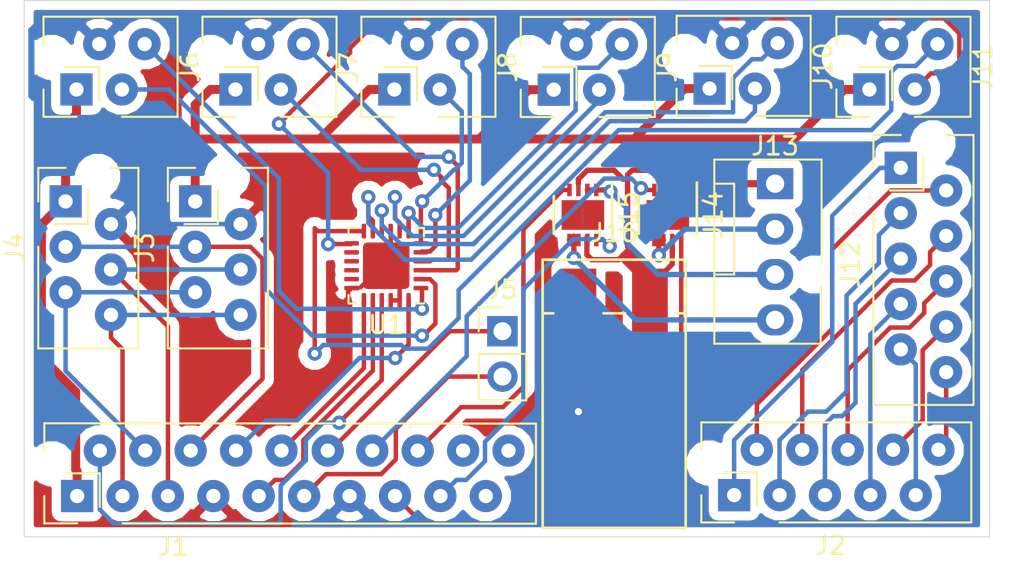
<source format=kicad_pcb>
(kicad_pcb (version 20171130) (host pcbnew 6.0.0-rc1-unknown-ef6f7e9~66~ubuntu16.04.1)

  (general
    (thickness 1.6)
    (drawings 4)
    (tracks 403)
    (zones 0)
    (modules 17)
    (nets 52)
  )

  (page A4)
  (layers
    (0 F.Cu signal)
    (31 B.Cu signal)
    (32 B.Adhes user)
    (33 F.Adhes user)
    (34 B.Paste user)
    (35 F.Paste user)
    (36 B.SilkS user)
    (37 F.SilkS user)
    (38 B.Mask user)
    (39 F.Mask user)
    (40 Dwgs.User user)
    (41 Cmts.User user)
    (42 Eco1.User user)
    (43 Eco2.User user)
    (44 Edge.Cuts user)
    (45 Margin user)
    (46 B.CrtYd user)
    (47 F.CrtYd user)
    (48 B.Fab user)
    (49 F.Fab user)
  )

  (setup
    (last_trace_width 0.25)
    (trace_clearance 0.2)
    (zone_clearance 0.508)
    (zone_45_only no)
    (trace_min 0.2)
    (via_size 0.8)
    (via_drill 0.4)
    (via_min_size 0.4)
    (via_min_drill 0.3)
    (uvia_size 0.3)
    (uvia_drill 0.1)
    (uvias_allowed no)
    (uvia_min_size 0.2)
    (uvia_min_drill 0.1)
    (edge_width 0.05)
    (segment_width 0.2)
    (pcb_text_width 0.3)
    (pcb_text_size 1.5 1.5)
    (mod_edge_width 0.12)
    (mod_text_size 1 1)
    (mod_text_width 0.15)
    (pad_size 2.6 2.6)
    (pad_drill 0)
    (pad_to_mask_clearance 0.051)
    (solder_mask_min_width 0.25)
    (aux_axis_origin 0 0)
    (visible_elements FFFFFF7F)
    (pcbplotparams
      (layerselection 0x010fc_ffffffff)
      (usegerberextensions false)
      (usegerberattributes false)
      (usegerberadvancedattributes false)
      (creategerberjobfile false)
      (excludeedgelayer true)
      (linewidth 0.100000)
      (plotframeref false)
      (viasonmask false)
      (mode 1)
      (useauxorigin false)
      (hpglpennumber 1)
      (hpglpenspeed 20)
      (hpglpendiameter 15.000000)
      (psnegative false)
      (psa4output false)
      (plotreference true)
      (plotvalue true)
      (plotinvisibletext false)
      (padsonsilk false)
      (subtractmaskfromsilk false)
      (outputformat 1)
      (mirror false)
      (drillshape 1)
      (scaleselection 1)
      (outputdirectory ""))
  )

  (net 0 "")
  (net 1 "Net-(J1-Pad20)")
  (net 2 "Net-(J1-Pad19)")
  (net 3 "Net-(J1-Pad18)")
  (net 4 GATE3)
  (net 5 GATE2)
  (net 6 GATE1)
  (net 7 GATE0)
  (net 8 GND)
  (net 9 PWM0)
  (net 10 PWM1)
  (net 11 "Net-(J1-Pad10)")
  (net 12 "Net-(J1-Pad9)")
  (net 13 "Net-(J1-Pad8)")
  (net 14 "Net-(J1-Pad6)")
  (net 15 "Net-(J1-Pad5)")
  (net 16 "Net-(J1-Pad4)")
  (net 17 "Net-(J1-Pad3)")
  (net 18 3.3V)
  (net 19 5V)
  (net 20 /skin_pin_10)
  (net 21 /skin_pin_9)
  (net 22 /skin_pin_8)
  (net 23 /skin_pin_7)
  (net 24 /skin_pin_6)
  (net 25 /skin_pin_5)
  (net 26 /skin_pin_1)
  (net 27 /skin_pin_2)
  (net 28 /skin_pin_3)
  (net 29 /skin_pin_4)
  (net 30 "Net-(J6-Pad4)")
  (net 31 "Net-(J6-Pad3)")
  (net 32 "Net-(J7-Pad3)")
  (net 33 "Net-(J7-Pad4)")
  (net 34 "Net-(J8-Pad4)")
  (net 35 "Net-(J8-Pad3)")
  (net 36 "Net-(J9-Pad3)")
  (net 37 "Net-(J9-Pad4)")
  (net 38 "Net-(J10-Pad4)")
  (net 39 "Net-(J10-Pad3)")
  (net 40 "Net-(J11-Pad3)")
  (net 41 "Net-(J11-Pad4)")
  (net 42 "Net-(J13-Pad1)")
  (net 43 "Net-(J13-Pad2)")
  (net 44 "Net-(J13-Pad3)")
  (net 45 "Net-(J13-Pad4)")
  (net 46 "Net-(U1-Pad14)")
  (net 47 "Net-(U1-Pad15)")
  (net 48 "Net-(U1-Pad16)")
  (net 49 "Net-(U1-Pad17)")
  (net 50 24V)
  (net 51 "Net-(U1-Pad25)")

  (net_class Default "This is the default net class."
    (clearance 0.2)
    (trace_width 0.25)
    (via_dia 0.8)
    (via_drill 0.4)
    (uvia_dia 0.3)
    (uvia_drill 0.1)
    (add_net /skin_pin_1)
    (add_net /skin_pin_10)
    (add_net /skin_pin_2)
    (add_net /skin_pin_3)
    (add_net /skin_pin_4)
    (add_net /skin_pin_5)
    (add_net /skin_pin_6)
    (add_net /skin_pin_7)
    (add_net /skin_pin_8)
    (add_net /skin_pin_9)
    (add_net 3.3V)
    (add_net GATE0)
    (add_net GATE1)
    (add_net GATE2)
    (add_net GATE3)
    (add_net GND)
    (add_net "Net-(J1-Pad10)")
    (add_net "Net-(J1-Pad18)")
    (add_net "Net-(J1-Pad19)")
    (add_net "Net-(J1-Pad20)")
    (add_net "Net-(J1-Pad3)")
    (add_net "Net-(J1-Pad4)")
    (add_net "Net-(J1-Pad5)")
    (add_net "Net-(J1-Pad6)")
    (add_net "Net-(J1-Pad8)")
    (add_net "Net-(J1-Pad9)")
    (add_net "Net-(J10-Pad3)")
    (add_net "Net-(J10-Pad4)")
    (add_net "Net-(J11-Pad3)")
    (add_net "Net-(J11-Pad4)")
    (add_net "Net-(J6-Pad3)")
    (add_net "Net-(J6-Pad4)")
    (add_net "Net-(J7-Pad3)")
    (add_net "Net-(J7-Pad4)")
    (add_net "Net-(J8-Pad3)")
    (add_net "Net-(J8-Pad4)")
    (add_net "Net-(J9-Pad3)")
    (add_net "Net-(J9-Pad4)")
    (add_net "Net-(U1-Pad14)")
    (add_net "Net-(U1-Pad15)")
    (add_net "Net-(U1-Pad16)")
    (add_net "Net-(U1-Pad17)")
    (add_net "Net-(U1-Pad25)")
    (add_net PWM0)
    (add_net PWM1)
  )

  (net_class POWER ""
    (clearance 0.2)
    (trace_width 0.3)
    (via_dia 0.8)
    (via_drill 0.4)
    (uvia_dia 0.3)
    (uvia_drill 0.1)
    (add_net 24V)
    (add_net 5V)
    (add_net "Net-(J13-Pad1)")
    (add_net "Net-(J13-Pad2)")
    (add_net "Net-(J13-Pad3)")
    (add_net "Net-(J13-Pad4)")
  )

  (module custom_lib:TE-Connectivity_Micro-Match_connector_02x10_Pitch_1.27mm (layer F.Cu) (tedit 5C4F0DFE) (tstamp 5C4F209E)
    (at 135.21 104.72 90)
    (descr "TE-Connectivity Micro-Match connector, female, 02x02, board mount, 1.27mm pitch, 215079-10")
    (tags "connector, TE-Connectivity, female")
    (path /5C50515D)
    (fp_text reference J1 (at -2.8205 5.3875 180) (layer F.SilkS)
      (effects (font (size 1 1) (thickness 0.15)))
    )
    (fp_text value Conn_01x20 (at -0.15 28.95 90) (layer F.Fab)
      (effects (font (size 1 1) (thickness 0.15)))
    )
    (fp_line (start -1.8 26.15) (end -1.8 -2.435) (layer F.CrtYd) (width 0.05))
    (fp_line (start -1.8 26.165) (end 4.4 26.165) (layer F.CrtYd) (width 0.05))
    (fp_line (start -1.53 2.54) (end -1.55 25.65) (layer F.SilkS) (width 0.12))
    (fp_line (start -1.33 -1.635) (end -1.3 25.45) (layer F.Fab) (width 0.1))
    (fp_line (start -1.3 25.465) (end 3.9 25.465) (layer F.Fab) (width 0.1))
    (fp_line (start 3.87 -1.635) (end 3.9 25.45) (layer F.Fab) (width 0.1))
    (fp_line (start -1.33 -1.635) (end 3.87 -1.635) (layer F.Fab) (width 0.1))
    (fp_line (start -1.55 25.665) (end 4.05 25.665) (layer F.SilkS) (width 0.12))
    (fp_line (start 4.07 -1.835) (end 4.05 25.65) (layer F.SilkS) (width 0.12))
    (fp_line (start 2.54 -1.835) (end 4.07 -1.835) (layer F.SilkS) (width 0.12))
    (fp_line (start 1.27 -0.6) (end 1.27 1.27) (layer F.SilkS) (width 0.12))
    (fp_line (start 1.27 1.27) (end -0.6 1.27) (layer F.SilkS) (width 0.12))
    (fp_line (start -1.53 0) (end -1.53 -1.835) (layer F.SilkS) (width 0.12))
    (fp_line (start -1.53 -1.835) (end 0 -1.835) (layer F.SilkS) (width 0.12))
    (fp_line (start 4.4 26.15) (end 4.4 -2.435) (layer F.CrtYd) (width 0.05))
    (fp_line (start -1.8 -2.435) (end 4.4 -2.435) (layer F.CrtYd) (width 0.05))
    (fp_text user %R (at -2.8205 5.3875 180) (layer F.Fab)
      (effects (font (size 1 1) (thickness 0.15)))
    )
    (pad 10 thru_hole circle (at 2.54 11.43 90) (size 1.8 1.8) (drill 0.8001) (layers *.Cu *.Mask)
      (net 11 "Net-(J1-Pad10)"))
    (pad 9 thru_hole circle (at 0 10.16 90) (size 1.8 1.8) (drill 0.8001) (layers *.Cu *.Mask)
      (net 12 "Net-(J1-Pad9)"))
    (pad 8 thru_hole circle (at 2.54 8.89 90) (size 1.8 1.8) (drill 0.8001) (layers *.Cu *.Mask)
      (net 13 "Net-(J1-Pad8)"))
    (pad 7 thru_hole circle (at 0 7.62 90) (size 1.8 1.8) (drill 0.8001) (layers *.Cu *.Mask)
      (net 8 GND))
    (pad 6 thru_hole circle (at 2.54 6.35 90) (size 1.8 1.8) (drill 0.8001) (layers *.Cu *.Mask)
      (net 14 "Net-(J1-Pad6)"))
    (pad 5 thru_hole circle (at 0 5.08 90) (size 1.8 1.8) (drill 0.8001) (layers *.Cu *.Mask)
      (net 15 "Net-(J1-Pad5)"))
    (pad 1 thru_hole rect (at 0 0 90) (size 1.8 1.8) (drill 0.8001) (layers *.Cu *.Mask)
      (net 19 5V))
    (pad 2 thru_hole circle (at 2.54 1.27 90) (size 1.8 1.8) (drill 0.8001) (layers *.Cu *.Mask)
      (net 18 3.3V))
    (pad 3 thru_hole circle (at 0 2.54 90) (size 1.8 1.8) (drill 0.8001) (layers *.Cu *.Mask)
      (net 17 "Net-(J1-Pad3)"))
    (pad 4 thru_hole circle (at 2.54 3.81 90) (size 1.8 1.8) (drill 0.8001) (layers *.Cu *.Mask)
      (net 16 "Net-(J1-Pad4)"))
    (pad "" np_thru_hole circle (at 1.8 -1.4 90) (size 1.5001 1.5001) (drill 1.5001) (layers *.Cu *.Mask))
    (pad 16 thru_hole circle (at 2.54 19.05 90) (size 1.8 1.8) (drill 0.8001) (layers *.Cu *.Mask)
      (net 5 GATE2))
    (pad 14 thru_hole circle (at 2.54 16.51 90) (size 1.8 1.8) (drill 0.8001) (layers *.Cu *.Mask)
      (net 7 GATE0))
    (pad 13 thru_hole circle (at 0 15.24 90) (size 1.8 1.8) (drill 0.8001) (layers *.Cu *.Mask)
      (net 8 GND))
    (pad 12 thru_hole circle (at 2.54 14.02 90) (size 1.8 1.8) (drill 0.8001) (layers *.Cu *.Mask)
      (net 9 PWM0))
    (pad 15 thru_hole circle (at 0 17.78 90) (size 1.8 1.8) (drill 0.8001) (layers *.Cu *.Mask)
      (net 6 GATE1))
    (pad 17 thru_hole circle (at 0 20.32 90) (size 1.8 1.8) (drill 0.8001) (layers *.Cu *.Mask)
      (net 4 GATE3))
    (pad 18 thru_hole circle (at 2.54 21.59 90) (size 1.8 1.8) (drill 0.8001) (layers *.Cu *.Mask)
      (net 3 "Net-(J1-Pad18)"))
    (pad 20 thru_hole circle (at 2.54 24.13 90) (size 1.8 1.8) (drill 0.8001) (layers *.Cu *.Mask)
      (net 1 "Net-(J1-Pad20)"))
    (pad 19 thru_hole circle (at 0 22.86 90) (size 1.8 1.8) (drill 0.8001) (layers *.Cu *.Mask)
      (net 2 "Net-(J1-Pad19)"))
    (pad 11 thru_hole circle (at 0 12.7 90) (size 1.8 1.8) (drill 0.8001) (layers *.Cu *.Mask)
      (net 10 PWM1))
    (model ../../_3Dmodels/Connectors_TE-Connectivity.3dshapes/c-215079-4-t-3d.wrl
      (at (xyz 0 0 0))
      (scale (xyz 1 1 1))
      (rotate (xyz 0 0 0))
    )
  )

  (module custom_lib:TE-Connectivity_Micro-Match_connector_02x05_Pitch_1.27mm (layer F.Cu) (tedit 59BA7D76) (tstamp 5C4F20BE)
    (at 171.96 104.67 90)
    (descr "TE-Connectivity Micro-Match connector, female, 02x02, board mount, 1.27mm pitch, 215079-10")
    (tags "connector, TE-Connectivity, female")
    (path /5C4BF6BF)
    (fp_text reference J2 (at -2.8205 5.3875 180) (layer F.SilkS)
      (effects (font (size 1 1) (thickness 0.15)))
    )
    (fp_text value skin (at 0 15.24 90) (layer F.Fab)
      (effects (font (size 1 1) (thickness 0.15)))
    )
    (fp_line (start -1.8 13.765) (end -1.8 -2.435) (layer F.CrtYd) (width 0.05))
    (fp_line (start -1.8 13.765) (end 4.4 13.765) (layer F.CrtYd) (width 0.05))
    (fp_line (start -1.53 2.54) (end -1.53 13.265) (layer F.SilkS) (width 0.12))
    (fp_line (start -1.33 -1.635) (end -1.33 13.065) (layer F.Fab) (width 0.1))
    (fp_line (start -1.33 13.065) (end 3.87 13.065) (layer F.Fab) (width 0.1))
    (fp_line (start 3.87 -1.635) (end 3.87 13.065) (layer F.Fab) (width 0.1))
    (fp_line (start -1.33 -1.635) (end 3.87 -1.635) (layer F.Fab) (width 0.1))
    (fp_line (start -1.53 13.265) (end 4.07 13.265) (layer F.SilkS) (width 0.12))
    (fp_line (start 4.07 -1.835) (end 4.07 13.265) (layer F.SilkS) (width 0.12))
    (fp_line (start 2.54 -1.835) (end 4.07 -1.835) (layer F.SilkS) (width 0.12))
    (fp_line (start 1.27 -0.6) (end 1.27 1.27) (layer F.SilkS) (width 0.12))
    (fp_line (start 1.27 1.27) (end -0.6 1.27) (layer F.SilkS) (width 0.12))
    (fp_line (start -1.53 0) (end -1.53 -1.835) (layer F.SilkS) (width 0.12))
    (fp_line (start -1.53 -1.835) (end 0 -1.835) (layer F.SilkS) (width 0.12))
    (fp_line (start 4.4 13.765) (end 4.4 -2.435) (layer F.CrtYd) (width 0.05))
    (fp_line (start -1.8 -2.435) (end 4.4 -2.435) (layer F.CrtYd) (width 0.05))
    (fp_text user %R (at -2.8205 5.3875 180) (layer F.Fab)
      (effects (font (size 1 1) (thickness 0.15)))
    )
    (pad 10 thru_hole circle (at 2.54 11.43 90) (size 1.8 1.8) (drill 0.8001) (layers *.Cu *.Mask)
      (net 20 /skin_pin_10))
    (pad 9 thru_hole circle (at 0 10.16 90) (size 1.8 1.8) (drill 0.8001) (layers *.Cu *.Mask)
      (net 21 /skin_pin_9))
    (pad 8 thru_hole circle (at 2.54 8.89 90) (size 1.8 1.8) (drill 0.8001) (layers *.Cu *.Mask)
      (net 22 /skin_pin_8))
    (pad 7 thru_hole circle (at 0 7.62 90) (size 1.8 1.8) (drill 0.8001) (layers *.Cu *.Mask)
      (net 23 /skin_pin_7))
    (pad 6 thru_hole circle (at 2.54 6.35 90) (size 1.8 1.8) (drill 0.8001) (layers *.Cu *.Mask)
      (net 24 /skin_pin_6))
    (pad 5 thru_hole circle (at 0 5.08 90) (size 1.8 1.8) (drill 0.8001) (layers *.Cu *.Mask)
      (net 25 /skin_pin_5))
    (pad 1 thru_hole rect (at 0 0 90) (size 1.8 1.8) (drill 0.8001) (layers *.Cu *.Mask)
      (net 26 /skin_pin_1))
    (pad 2 thru_hole circle (at 2.54 1.27 90) (size 1.8 1.8) (drill 0.8001) (layers *.Cu *.Mask)
      (net 27 /skin_pin_2))
    (pad 3 thru_hole circle (at 0 2.54 90) (size 1.8 1.8) (drill 0.8001) (layers *.Cu *.Mask)
      (net 28 /skin_pin_3))
    (pad 4 thru_hole circle (at 2.54 3.81 90) (size 1.8 1.8) (drill 0.8001) (layers *.Cu *.Mask)
      (net 29 /skin_pin_4))
    (pad "" np_thru_hole circle (at 1.8 -1.4 90) (size 1.5001 1.5001) (drill 1.5001) (layers *.Cu *.Mask))
    (model ../../_3Dmodels/Connectors_TE-Connectivity.3dshapes/c-215079-4-t-3d.wrl
      (at (xyz 0 0 0))
      (scale (xyz 1 1 1))
      (rotate (xyz 0 0 0))
    )
  )

  (module custom_lib:TE-Connectivity_Micro-Match_connector_02x03_Pitch_1.27mm (layer F.Cu) (tedit 59BA7DB1) (tstamp 5C4F20DA)
    (at 141.815001 88.240001)
    (descr "TE-Connectivity Micro-Match connector, female, 02x02, board mount, 1.27mm pitch, 215079-6")
    (tags "connector, TE-Connectivity, female")
    (path /5C4CEA06)
    (fp_text reference J3 (at -2.8205 2.5875 90) (layer F.SilkS)
      (effects (font (size 1 1) (thickness 0.15)))
    )
    (fp_text value motor0 (at 0 9.8) (layer F.Fab)
      (effects (font (size 1 1) (thickness 0.15)))
    )
    (fp_text user %R (at -2.8205 2.5875 90) (layer F.Fab)
      (effects (font (size 1 1) (thickness 0.15)))
    )
    (fp_line (start -1.8 -2.475) (end 4.4 -2.475) (layer F.CrtYd) (width 0.05))
    (fp_line (start 4.4 8.725) (end 4.4 -2.475) (layer F.CrtYd) (width 0.05))
    (fp_line (start -1.53 -1.875) (end 0 -1.875) (layer F.SilkS) (width 0.12))
    (fp_line (start -1.53 0) (end -1.53 -1.875) (layer F.SilkS) (width 0.12))
    (fp_line (start 1.27 1.27) (end -0.6 1.27) (layer F.SilkS) (width 0.12))
    (fp_line (start 1.27 -0.6) (end 1.27 1.27) (layer F.SilkS) (width 0.12))
    (fp_line (start 2.54 -1.875) (end 4.07 -1.875) (layer F.SilkS) (width 0.12))
    (fp_line (start 4.07 -1.875) (end 4.07 8.225) (layer F.SilkS) (width 0.12))
    (fp_line (start -1.53 8.225) (end 4.07 8.225) (layer F.SilkS) (width 0.12))
    (fp_line (start -1.33 -1.675) (end 3.87 -1.675) (layer F.Fab) (width 0.1))
    (fp_line (start 3.87 -1.675) (end 3.87 8.025) (layer F.Fab) (width 0.1))
    (fp_line (start -1.33 8.025) (end 3.87 8.025) (layer F.Fab) (width 0.1))
    (fp_line (start -1.33 -1.675) (end -1.33 8.025) (layer F.Fab) (width 0.1))
    (fp_line (start -1.53 2.54) (end -1.53 8.225) (layer F.SilkS) (width 0.12))
    (fp_line (start -1.8 8.725) (end 4.4 8.725) (layer F.CrtYd) (width 0.05))
    (fp_line (start -1.8 8.725) (end -1.8 -2.475) (layer F.CrtYd) (width 0.05))
    (pad "" np_thru_hole circle (at 1.8 -1.4) (size 1.5001 1.5001) (drill 1.5001) (layers *.Cu *.Mask))
    (pad 4 thru_hole circle (at 2.54 3.81) (size 1.8 1.8) (drill 0.8001) (layers *.Cu *.Mask)
      (net 15 "Net-(J1-Pad5)"))
    (pad 3 thru_hole circle (at 0 2.54) (size 1.8 1.8) (drill 0.8001) (layers *.Cu *.Mask)
      (net 14 "Net-(J1-Pad6)"))
    (pad 2 thru_hole circle (at 2.54 1.27) (size 1.8 1.8) (drill 0.8001) (layers *.Cu *.Mask)
      (net 8 GND))
    (pad 1 thru_hole rect (at 0 0) (size 1.8 1.8) (drill 0.8001) (layers *.Cu *.Mask)
      (net 19 5V))
    (pad 5 thru_hole circle (at 0 5.08) (size 1.8 1.8) (drill 0.8001) (layers *.Cu *.Mask)
      (net 16 "Net-(J1-Pad4)"))
    (pad 6 thru_hole circle (at 2.54 6.35) (size 1.8 1.8) (drill 0.8001) (layers *.Cu *.Mask)
      (net 17 "Net-(J1-Pad3)"))
    (model ../../_3Dmodels/Connectors_TE-Connectivity.3dshapes/c-215079-4-t-3d.wrl
      (at (xyz 0 0 0))
      (scale (xyz 1 1 1))
      (rotate (xyz 0 0 0))
    )
  )

  (module custom_lib:TE-Connectivity_Micro-Match_connector_02x03_Pitch_1.27mm (layer F.Cu) (tedit 59BA7DB1) (tstamp 5C4F20F6)
    (at 134.565001 88.240001)
    (descr "TE-Connectivity Micro-Match connector, female, 02x02, board mount, 1.27mm pitch, 215079-6")
    (tags "connector, TE-Connectivity, female")
    (path /5C4CEACE)
    (fp_text reference J4 (at -2.8205 2.5875 90) (layer F.SilkS)
      (effects (font (size 1 1) (thickness 0.15)))
    )
    (fp_text value motor1 (at 0 9.8) (layer F.Fab)
      (effects (font (size 1 1) (thickness 0.15)))
    )
    (fp_line (start -1.8 8.725) (end -1.8 -2.475) (layer F.CrtYd) (width 0.05))
    (fp_line (start -1.8 8.725) (end 4.4 8.725) (layer F.CrtYd) (width 0.05))
    (fp_line (start -1.53 2.54) (end -1.53 8.225) (layer F.SilkS) (width 0.12))
    (fp_line (start -1.33 -1.675) (end -1.33 8.025) (layer F.Fab) (width 0.1))
    (fp_line (start -1.33 8.025) (end 3.87 8.025) (layer F.Fab) (width 0.1))
    (fp_line (start 3.87 -1.675) (end 3.87 8.025) (layer F.Fab) (width 0.1))
    (fp_line (start -1.33 -1.675) (end 3.87 -1.675) (layer F.Fab) (width 0.1))
    (fp_line (start -1.53 8.225) (end 4.07 8.225) (layer F.SilkS) (width 0.12))
    (fp_line (start 4.07 -1.875) (end 4.07 8.225) (layer F.SilkS) (width 0.12))
    (fp_line (start 2.54 -1.875) (end 4.07 -1.875) (layer F.SilkS) (width 0.12))
    (fp_line (start 1.27 -0.6) (end 1.27 1.27) (layer F.SilkS) (width 0.12))
    (fp_line (start 1.27 1.27) (end -0.6 1.27) (layer F.SilkS) (width 0.12))
    (fp_line (start -1.53 0) (end -1.53 -1.875) (layer F.SilkS) (width 0.12))
    (fp_line (start -1.53 -1.875) (end 0 -1.875) (layer F.SilkS) (width 0.12))
    (fp_line (start 4.4 8.725) (end 4.4 -2.475) (layer F.CrtYd) (width 0.05))
    (fp_line (start -1.8 -2.475) (end 4.4 -2.475) (layer F.CrtYd) (width 0.05))
    (fp_text user %R (at -2.8205 2.5875 90) (layer F.Fab)
      (effects (font (size 1 1) (thickness 0.15)))
    )
    (pad 6 thru_hole circle (at 2.54 6.35) (size 1.8 1.8) (drill 0.8001) (layers *.Cu *.Mask)
      (net 17 "Net-(J1-Pad3)"))
    (pad 5 thru_hole circle (at 0 5.08) (size 1.8 1.8) (drill 0.8001) (layers *.Cu *.Mask)
      (net 16 "Net-(J1-Pad4)"))
    (pad 1 thru_hole rect (at 0 0) (size 1.8 1.8) (drill 0.8001) (layers *.Cu *.Mask)
      (net 19 5V))
    (pad 2 thru_hole circle (at 2.54 1.27) (size 1.8 1.8) (drill 0.8001) (layers *.Cu *.Mask)
      (net 8 GND))
    (pad 3 thru_hole circle (at 0 2.54) (size 1.8 1.8) (drill 0.8001) (layers *.Cu *.Mask)
      (net 14 "Net-(J1-Pad6)"))
    (pad 4 thru_hole circle (at 2.54 3.81) (size 1.8 1.8) (drill 0.8001) (layers *.Cu *.Mask)
      (net 15 "Net-(J1-Pad5)"))
    (pad "" np_thru_hole circle (at 1.8 -1.4) (size 1.5001 1.5001) (drill 1.5001) (layers *.Cu *.Mask))
    (model ../../_3Dmodels/Connectors_TE-Connectivity.3dshapes/c-215079-4-t-3d.wrl
      (at (xyz 0 0 0))
      (scale (xyz 1 1 1))
      (rotate (xyz 0 0 0))
    )
  )

  (module Pin_Headers:Pin_Header_Straight_1x02_Pitch2.54mm (layer F.Cu) (tedit 59650532) (tstamp 5C4F210C)
    (at 159 95.5)
    (descr "Through hole straight pin header, 1x02, 2.54mm pitch, single row")
    (tags "Through hole pin header THT 1x02 2.54mm single row")
    (path /5C4EFB23)
    (fp_text reference J5 (at 0 -2.33) (layer F.SilkS)
      (effects (font (size 1 1) (thickness 0.15)))
    )
    (fp_text value PWM (at 0 4.87) (layer F.Fab)
      (effects (font (size 1 1) (thickness 0.15)))
    )
    (fp_text user %R (at 0 1.27 90) (layer F.Fab)
      (effects (font (size 1 1) (thickness 0.15)))
    )
    (fp_line (start 1.8 -1.8) (end -1.8 -1.8) (layer F.CrtYd) (width 0.05))
    (fp_line (start 1.8 4.35) (end 1.8 -1.8) (layer F.CrtYd) (width 0.05))
    (fp_line (start -1.8 4.35) (end 1.8 4.35) (layer F.CrtYd) (width 0.05))
    (fp_line (start -1.8 -1.8) (end -1.8 4.35) (layer F.CrtYd) (width 0.05))
    (fp_line (start -1.33 -1.33) (end 0 -1.33) (layer F.SilkS) (width 0.12))
    (fp_line (start -1.33 0) (end -1.33 -1.33) (layer F.SilkS) (width 0.12))
    (fp_line (start -1.33 1.27) (end 1.33 1.27) (layer F.SilkS) (width 0.12))
    (fp_line (start 1.33 1.27) (end 1.33 3.87) (layer F.SilkS) (width 0.12))
    (fp_line (start -1.33 1.27) (end -1.33 3.87) (layer F.SilkS) (width 0.12))
    (fp_line (start -1.33 3.87) (end 1.33 3.87) (layer F.SilkS) (width 0.12))
    (fp_line (start -1.27 -0.635) (end -0.635 -1.27) (layer F.Fab) (width 0.1))
    (fp_line (start -1.27 3.81) (end -1.27 -0.635) (layer F.Fab) (width 0.1))
    (fp_line (start 1.27 3.81) (end -1.27 3.81) (layer F.Fab) (width 0.1))
    (fp_line (start 1.27 -1.27) (end 1.27 3.81) (layer F.Fab) (width 0.1))
    (fp_line (start -0.635 -1.27) (end 1.27 -1.27) (layer F.Fab) (width 0.1))
    (pad 2 thru_hole oval (at 0 2.54) (size 1.7 1.7) (drill 1) (layers *.Cu *.Mask)
      (net 10 PWM1))
    (pad 1 thru_hole rect (at 0 0) (size 1.7 1.7) (drill 1) (layers *.Cu *.Mask)
      (net 9 PWM0))
    (model ${KISYS3DMOD}/Pin_Headers.3dshapes/Pin_Header_Straight_1x02_Pitch2.54mm.wrl
      (at (xyz 0 0 0))
      (scale (xyz 1 1 1))
      (rotate (xyz 0 0 0))
    )
  )

  (module custom_lib:TE-Connectivity_Micro-Match_connector_02x02_Pitch_1.27mm (layer F.Cu) (tedit 5ACA2596) (tstamp 5C4F2126)
    (at 137.08 80.71 90)
    (descr "TE-Connectivity Micro-Match connector, female, 02x02, board mount, 1.27mm pitch, 215079-4")
    (tags "connector, TE-Connectivity, female")
    (path /5C457F28)
    (fp_text reference J6 (at -0.02 4.445 270) (layer F.SilkS)
      (effects (font (size 1 1) (thickness 0.15)))
    )
    (fp_text value thumb (at 0 5.9 90) (layer F.Fab)
      (effects (font (size 1 1) (thickness 0.15)))
    )
    (fp_line (start -3.07 4.25) (end -3.07 -4.35) (layer F.CrtYd) (width 0.05))
    (fp_line (start -3.07 4.25) (end 3.13 4.25) (layer F.CrtYd) (width 0.05))
    (fp_line (start -2.8 0.635) (end -2.8 3.75) (layer F.SilkS) (width 0.12))
    (fp_line (start -2.6 -3.55) (end -2.6 3.55) (layer F.Fab) (width 0.1))
    (fp_line (start -2.6 3.55) (end 2.6 3.55) (layer F.Fab) (width 0.1))
    (fp_line (start 2.6 -3.55) (end 2.6 3.55) (layer F.Fab) (width 0.1))
    (fp_line (start -2.6 -3.55) (end 2.6 -3.55) (layer F.Fab) (width 0.1))
    (fp_line (start -2.8 3.75) (end 2.8 3.75) (layer F.SilkS) (width 0.12))
    (fp_line (start 2.8 -3.75) (end 2.8 3.75) (layer F.SilkS) (width 0.12))
    (fp_line (start 1.27 -3.75) (end 2.8 -3.75) (layer F.SilkS) (width 0.12))
    (fp_line (start 0 -2.505) (end 0 -0.635) (layer F.SilkS) (width 0.12))
    (fp_line (start 0 -0.635) (end -1.87 -0.635) (layer F.SilkS) (width 0.12))
    (fp_line (start -2.8 -1.905) (end -2.8 -3.75) (layer F.SilkS) (width 0.12))
    (fp_line (start -2.8 -3.75) (end -1.27 -3.75) (layer F.SilkS) (width 0.12))
    (fp_line (start 3.13 4.25) (end 3.13 -4.35) (layer F.CrtYd) (width 0.05))
    (fp_line (start -3.07 -4.35) (end 3.13 -4.35) (layer F.CrtYd) (width 0.05))
    (fp_text user %R (at -4.0905 -0.3175 180) (layer F.Fab)
      (effects (font (size 1 1) (thickness 0.15)))
    )
    (pad 1 thru_hole rect (at -1.27 -1.905 90) (size 1.8 1.8) (drill 0.8001) (layers *.Cu *.Mask)
      (net 19 5V))
    (pad 2 thru_hole circle (at 1.27 -0.635 90) (size 1.8 1.8) (drill 0.8001) (layers *.Cu *.Mask)
      (net 8 GND))
    (pad 3 thru_hole circle (at -1.27 0.635 90) (size 1.8 1.8) (drill 0.8001) (layers *.Cu *.Mask)
      (net 31 "Net-(J6-Pad3)"))
    (pad 4 thru_hole circle (at 1.27 1.905 90) (size 1.8 1.8) (drill 0.8001) (layers *.Cu *.Mask)
      (net 30 "Net-(J6-Pad4)"))
    (pad "" np_thru_hole circle (at 0.53 -3.305 90) (size 1.5001 1.5001) (drill 1.5001) (layers *.Cu *.Mask))
    (model ../../_3Dmodels/Connectors_TE-Connectivity.3dshapes/c-215079-4-t-3d.wrl
      (at (xyz 0 0 0))
      (scale (xyz 1 1 1))
      (rotate (xyz 0 0 0))
    )
  )

  (module custom_lib:TE-Connectivity_Micro-Match_connector_02x02_Pitch_1.27mm (layer F.Cu) (tedit 5ACA2596) (tstamp 5C4F2140)
    (at 145.97 80.71 90)
    (descr "TE-Connectivity Micro-Match connector, female, 02x02, board mount, 1.27mm pitch, 215079-4")
    (tags "connector, TE-Connectivity, female")
    (path /5C4582CE)
    (fp_text reference J7 (at -0.02 4.445 270) (layer F.SilkS)
      (effects (font (size 1 1) (thickness 0.15)))
    )
    (fp_text value index (at 0 5.9 90) (layer F.Fab)
      (effects (font (size 1 1) (thickness 0.15)))
    )
    (fp_line (start -3.07 4.25) (end -3.07 -4.35) (layer F.CrtYd) (width 0.05))
    (fp_line (start -3.07 4.25) (end 3.13 4.25) (layer F.CrtYd) (width 0.05))
    (fp_line (start -2.8 0.635) (end -2.8 3.75) (layer F.SilkS) (width 0.12))
    (fp_line (start -2.6 -3.55) (end -2.6 3.55) (layer F.Fab) (width 0.1))
    (fp_line (start -2.6 3.55) (end 2.6 3.55) (layer F.Fab) (width 0.1))
    (fp_line (start 2.6 -3.55) (end 2.6 3.55) (layer F.Fab) (width 0.1))
    (fp_line (start -2.6 -3.55) (end 2.6 -3.55) (layer F.Fab) (width 0.1))
    (fp_line (start -2.8 3.75) (end 2.8 3.75) (layer F.SilkS) (width 0.12))
    (fp_line (start 2.8 -3.75) (end 2.8 3.75) (layer F.SilkS) (width 0.12))
    (fp_line (start 1.27 -3.75) (end 2.8 -3.75) (layer F.SilkS) (width 0.12))
    (fp_line (start 0 -2.505) (end 0 -0.635) (layer F.SilkS) (width 0.12))
    (fp_line (start 0 -0.635) (end -1.87 -0.635) (layer F.SilkS) (width 0.12))
    (fp_line (start -2.8 -1.905) (end -2.8 -3.75) (layer F.SilkS) (width 0.12))
    (fp_line (start -2.8 -3.75) (end -1.27 -3.75) (layer F.SilkS) (width 0.12))
    (fp_line (start 3.13 4.25) (end 3.13 -4.35) (layer F.CrtYd) (width 0.05))
    (fp_line (start -3.07 -4.35) (end 3.13 -4.35) (layer F.CrtYd) (width 0.05))
    (fp_text user %R (at -4.0905 -0.3175 180) (layer F.Fab)
      (effects (font (size 1 1) (thickness 0.15)))
    )
    (pad 1 thru_hole rect (at -1.27 -1.905 90) (size 1.8 1.8) (drill 0.8001) (layers *.Cu *.Mask)
      (net 19 5V))
    (pad 2 thru_hole circle (at 1.27 -0.635 90) (size 1.8 1.8) (drill 0.8001) (layers *.Cu *.Mask)
      (net 8 GND))
    (pad 3 thru_hole circle (at -1.27 0.635 90) (size 1.8 1.8) (drill 0.8001) (layers *.Cu *.Mask)
      (net 32 "Net-(J7-Pad3)"))
    (pad 4 thru_hole circle (at 1.27 1.905 90) (size 1.8 1.8) (drill 0.8001) (layers *.Cu *.Mask)
      (net 33 "Net-(J7-Pad4)"))
    (pad "" np_thru_hole circle (at 0.53 -3.305 90) (size 1.5001 1.5001) (drill 1.5001) (layers *.Cu *.Mask))
    (model ../../_3Dmodels/Connectors_TE-Connectivity.3dshapes/c-215079-4-t-3d.wrl
      (at (xyz 0 0 0))
      (scale (xyz 1 1 1))
      (rotate (xyz 0 0 0))
    )
  )

  (module custom_lib:TE-Connectivity_Micro-Match_connector_02x02_Pitch_1.27mm (layer F.Cu) (tedit 5ACA2596) (tstamp 5C4F215A)
    (at 154.86 80.71 90)
    (descr "TE-Connectivity Micro-Match connector, female, 02x02, board mount, 1.27mm pitch, 215079-4")
    (tags "connector, TE-Connectivity, female")
    (path /5C458395)
    (fp_text reference J8 (at -0.02 4.445 270) (layer F.SilkS)
      (effects (font (size 1 1) (thickness 0.15)))
    )
    (fp_text value middle (at 0 5.9 90) (layer F.Fab)
      (effects (font (size 1 1) (thickness 0.15)))
    )
    (fp_text user %R (at -4.0905 -0.3175 180) (layer F.Fab)
      (effects (font (size 1 1) (thickness 0.15)))
    )
    (fp_line (start -3.07 -4.35) (end 3.13 -4.35) (layer F.CrtYd) (width 0.05))
    (fp_line (start 3.13 4.25) (end 3.13 -4.35) (layer F.CrtYd) (width 0.05))
    (fp_line (start -2.8 -3.75) (end -1.27 -3.75) (layer F.SilkS) (width 0.12))
    (fp_line (start -2.8 -1.905) (end -2.8 -3.75) (layer F.SilkS) (width 0.12))
    (fp_line (start 0 -0.635) (end -1.87 -0.635) (layer F.SilkS) (width 0.12))
    (fp_line (start 0 -2.505) (end 0 -0.635) (layer F.SilkS) (width 0.12))
    (fp_line (start 1.27 -3.75) (end 2.8 -3.75) (layer F.SilkS) (width 0.12))
    (fp_line (start 2.8 -3.75) (end 2.8 3.75) (layer F.SilkS) (width 0.12))
    (fp_line (start -2.8 3.75) (end 2.8 3.75) (layer F.SilkS) (width 0.12))
    (fp_line (start -2.6 -3.55) (end 2.6 -3.55) (layer F.Fab) (width 0.1))
    (fp_line (start 2.6 -3.55) (end 2.6 3.55) (layer F.Fab) (width 0.1))
    (fp_line (start -2.6 3.55) (end 2.6 3.55) (layer F.Fab) (width 0.1))
    (fp_line (start -2.6 -3.55) (end -2.6 3.55) (layer F.Fab) (width 0.1))
    (fp_line (start -2.8 0.635) (end -2.8 3.75) (layer F.SilkS) (width 0.12))
    (fp_line (start -3.07 4.25) (end 3.13 4.25) (layer F.CrtYd) (width 0.05))
    (fp_line (start -3.07 4.25) (end -3.07 -4.35) (layer F.CrtYd) (width 0.05))
    (pad "" np_thru_hole circle (at 0.53 -3.305 90) (size 1.5001 1.5001) (drill 1.5001) (layers *.Cu *.Mask))
    (pad 4 thru_hole circle (at 1.27 1.905 90) (size 1.8 1.8) (drill 0.8001) (layers *.Cu *.Mask)
      (net 34 "Net-(J8-Pad4)"))
    (pad 3 thru_hole circle (at -1.27 0.635 90) (size 1.8 1.8) (drill 0.8001) (layers *.Cu *.Mask)
      (net 35 "Net-(J8-Pad3)"))
    (pad 2 thru_hole circle (at 1.27 -0.635 90) (size 1.8 1.8) (drill 0.8001) (layers *.Cu *.Mask)
      (net 8 GND))
    (pad 1 thru_hole rect (at -1.27 -1.905 90) (size 1.8 1.8) (drill 0.8001) (layers *.Cu *.Mask)
      (net 19 5V))
    (model ../../_3Dmodels/Connectors_TE-Connectivity.3dshapes/c-215079-4-t-3d.wrl
      (at (xyz 0 0 0))
      (scale (xyz 1 1 1))
      (rotate (xyz 0 0 0))
    )
  )

  (module custom_lib:TE-Connectivity_Micro-Match_connector_02x02_Pitch_1.27mm (layer F.Cu) (tedit 5ACA2596) (tstamp 5C4F2174)
    (at 163.775 80.72 90)
    (descr "TE-Connectivity Micro-Match connector, female, 02x02, board mount, 1.27mm pitch, 215079-4")
    (tags "connector, TE-Connectivity, female")
    (path /5C45A7F3)
    (fp_text reference J9 (at -0.02 4.445 270) (layer F.SilkS)
      (effects (font (size 1 1) (thickness 0.15)))
    )
    (fp_text value ring (at 0 5.9 90) (layer F.Fab)
      (effects (font (size 1 1) (thickness 0.15)))
    )
    (fp_line (start -3.07 4.25) (end -3.07 -4.35) (layer F.CrtYd) (width 0.05))
    (fp_line (start -3.07 4.25) (end 3.13 4.25) (layer F.CrtYd) (width 0.05))
    (fp_line (start -2.8 0.635) (end -2.8 3.75) (layer F.SilkS) (width 0.12))
    (fp_line (start -2.6 -3.55) (end -2.6 3.55) (layer F.Fab) (width 0.1))
    (fp_line (start -2.6 3.55) (end 2.6 3.55) (layer F.Fab) (width 0.1))
    (fp_line (start 2.6 -3.55) (end 2.6 3.55) (layer F.Fab) (width 0.1))
    (fp_line (start -2.6 -3.55) (end 2.6 -3.55) (layer F.Fab) (width 0.1))
    (fp_line (start -2.8 3.75) (end 2.8 3.75) (layer F.SilkS) (width 0.12))
    (fp_line (start 2.8 -3.75) (end 2.8 3.75) (layer F.SilkS) (width 0.12))
    (fp_line (start 1.27 -3.75) (end 2.8 -3.75) (layer F.SilkS) (width 0.12))
    (fp_line (start 0 -2.505) (end 0 -0.635) (layer F.SilkS) (width 0.12))
    (fp_line (start 0 -0.635) (end -1.87 -0.635) (layer F.SilkS) (width 0.12))
    (fp_line (start -2.8 -1.905) (end -2.8 -3.75) (layer F.SilkS) (width 0.12))
    (fp_line (start -2.8 -3.75) (end -1.27 -3.75) (layer F.SilkS) (width 0.12))
    (fp_line (start 3.13 4.25) (end 3.13 -4.35) (layer F.CrtYd) (width 0.05))
    (fp_line (start -3.07 -4.35) (end 3.13 -4.35) (layer F.CrtYd) (width 0.05))
    (fp_text user %R (at -4.0905 -0.3175 180) (layer F.Fab)
      (effects (font (size 1 1) (thickness 0.15)))
    )
    (pad 1 thru_hole rect (at -1.27 -1.905 90) (size 1.8 1.8) (drill 0.8001) (layers *.Cu *.Mask)
      (net 19 5V))
    (pad 2 thru_hole circle (at 1.27 -0.635 90) (size 1.8 1.8) (drill 0.8001) (layers *.Cu *.Mask)
      (net 8 GND))
    (pad 3 thru_hole circle (at -1.27 0.635 90) (size 1.8 1.8) (drill 0.8001) (layers *.Cu *.Mask)
      (net 36 "Net-(J9-Pad3)"))
    (pad 4 thru_hole circle (at 1.27 1.905 90) (size 1.8 1.8) (drill 0.8001) (layers *.Cu *.Mask)
      (net 37 "Net-(J9-Pad4)"))
    (pad "" np_thru_hole circle (at 0.53 -3.305 90) (size 1.5001 1.5001) (drill 1.5001) (layers *.Cu *.Mask))
    (model ../../_3Dmodels/Connectors_TE-Connectivity.3dshapes/c-215079-4-t-3d.wrl
      (at (xyz 0 0 0))
      (scale (xyz 1 1 1))
      (rotate (xyz 0 0 0))
    )
  )

  (module custom_lib:TE-Connectivity_Micro-Match_connector_02x02_Pitch_1.27mm (layer F.Cu) (tedit 5ACA2596) (tstamp 5C4F218E)
    (at 172.49 80.66 90)
    (descr "TE-Connectivity Micro-Match connector, female, 02x02, board mount, 1.27mm pitch, 215079-4")
    (tags "connector, TE-Connectivity, female")
    (path /5C45A7FA)
    (fp_text reference J10 (at -0.02 4.445 -90) (layer F.SilkS)
      (effects (font (size 1 1) (thickness 0.15)))
    )
    (fp_text value little (at 0 5.9 90) (layer F.Fab)
      (effects (font (size 1 1) (thickness 0.15)))
    )
    (fp_text user %R (at -4.0905 -0.3175 -180) (layer F.Fab)
      (effects (font (size 1 1) (thickness 0.15)))
    )
    (fp_line (start -3.07 -4.35) (end 3.13 -4.35) (layer F.CrtYd) (width 0.05))
    (fp_line (start 3.13 4.25) (end 3.13 -4.35) (layer F.CrtYd) (width 0.05))
    (fp_line (start -2.8 -3.75) (end -1.27 -3.75) (layer F.SilkS) (width 0.12))
    (fp_line (start -2.8 -1.905) (end -2.8 -3.75) (layer F.SilkS) (width 0.12))
    (fp_line (start 0 -0.635) (end -1.87 -0.635) (layer F.SilkS) (width 0.12))
    (fp_line (start 0 -2.505) (end 0 -0.635) (layer F.SilkS) (width 0.12))
    (fp_line (start 1.27 -3.75) (end 2.8 -3.75) (layer F.SilkS) (width 0.12))
    (fp_line (start 2.8 -3.75) (end 2.8 3.75) (layer F.SilkS) (width 0.12))
    (fp_line (start -2.8 3.75) (end 2.8 3.75) (layer F.SilkS) (width 0.12))
    (fp_line (start -2.6 -3.55) (end 2.6 -3.55) (layer F.Fab) (width 0.1))
    (fp_line (start 2.6 -3.55) (end 2.6 3.55) (layer F.Fab) (width 0.1))
    (fp_line (start -2.6 3.55) (end 2.6 3.55) (layer F.Fab) (width 0.1))
    (fp_line (start -2.6 -3.55) (end -2.6 3.55) (layer F.Fab) (width 0.1))
    (fp_line (start -2.8 0.635) (end -2.8 3.75) (layer F.SilkS) (width 0.12))
    (fp_line (start -3.07 4.25) (end 3.13 4.25) (layer F.CrtYd) (width 0.05))
    (fp_line (start -3.07 4.25) (end -3.07 -4.35) (layer F.CrtYd) (width 0.05))
    (pad "" np_thru_hole circle (at 0.53 -3.305 90) (size 1.5001 1.5001) (drill 1.5001) (layers *.Cu *.Mask))
    (pad 4 thru_hole circle (at 1.27 1.905 90) (size 1.8 1.8) (drill 0.8001) (layers *.Cu *.Mask)
      (net 38 "Net-(J10-Pad4)"))
    (pad 3 thru_hole circle (at -1.27 0.635 90) (size 1.8 1.8) (drill 0.8001) (layers *.Cu *.Mask)
      (net 39 "Net-(J10-Pad3)"))
    (pad 2 thru_hole circle (at 1.27 -0.635 90) (size 1.8 1.8) (drill 0.8001) (layers *.Cu *.Mask)
      (net 8 GND))
    (pad 1 thru_hole rect (at -1.27 -1.905 90) (size 1.8 1.8) (drill 0.8001) (layers *.Cu *.Mask)
      (net 19 5V))
    (model ../../_3Dmodels/Connectors_TE-Connectivity.3dshapes/c-215079-4-t-3d.wrl
      (at (xyz 0 0 0))
      (scale (xyz 1 1 1))
      (rotate (xyz 0 0 0))
    )
  )

  (module custom_lib:TE-Connectivity_Micro-Match_connector_02x02_Pitch_1.27mm (layer F.Cu) (tedit 5ACA2596) (tstamp 5C4F21A8)
    (at 181.43 80.71 90)
    (descr "TE-Connectivity Micro-Match connector, female, 02x02, board mount, 1.27mm pitch, 215079-4")
    (tags "connector, TE-Connectivity, female")
    (path /5C45A801)
    (fp_text reference J11 (at -0.02 4.445 270) (layer F.SilkS)
      (effects (font (size 1 1) (thickness 0.15)))
    )
    (fp_text value sensors (at 0 5.9 90) (layer F.Fab)
      (effects (font (size 1 1) (thickness 0.15)))
    )
    (fp_line (start -3.07 4.25) (end -3.07 -4.35) (layer F.CrtYd) (width 0.05))
    (fp_line (start -3.07 4.25) (end 3.13 4.25) (layer F.CrtYd) (width 0.05))
    (fp_line (start -2.8 0.635) (end -2.8 3.75) (layer F.SilkS) (width 0.12))
    (fp_line (start -2.6 -3.55) (end -2.6 3.55) (layer F.Fab) (width 0.1))
    (fp_line (start -2.6 3.55) (end 2.6 3.55) (layer F.Fab) (width 0.1))
    (fp_line (start 2.6 -3.55) (end 2.6 3.55) (layer F.Fab) (width 0.1))
    (fp_line (start -2.6 -3.55) (end 2.6 -3.55) (layer F.Fab) (width 0.1))
    (fp_line (start -2.8 3.75) (end 2.8 3.75) (layer F.SilkS) (width 0.12))
    (fp_line (start 2.8 -3.75) (end 2.8 3.75) (layer F.SilkS) (width 0.12))
    (fp_line (start 1.27 -3.75) (end 2.8 -3.75) (layer F.SilkS) (width 0.12))
    (fp_line (start 0 -2.505) (end 0 -0.635) (layer F.SilkS) (width 0.12))
    (fp_line (start 0 -0.635) (end -1.87 -0.635) (layer F.SilkS) (width 0.12))
    (fp_line (start -2.8 -1.905) (end -2.8 -3.75) (layer F.SilkS) (width 0.12))
    (fp_line (start -2.8 -3.75) (end -1.27 -3.75) (layer F.SilkS) (width 0.12))
    (fp_line (start 3.13 4.25) (end 3.13 -4.35) (layer F.CrtYd) (width 0.05))
    (fp_line (start -3.07 -4.35) (end 3.13 -4.35) (layer F.CrtYd) (width 0.05))
    (fp_text user %R (at -4.0905 -0.3175 180) (layer F.Fab)
      (effects (font (size 1 1) (thickness 0.15)))
    )
    (pad 1 thru_hole rect (at -1.27 -1.905 90) (size 1.8 1.8) (drill 0.8001) (layers *.Cu *.Mask)
      (net 19 5V))
    (pad 2 thru_hole circle (at 1.27 -0.635 90) (size 1.8 1.8) (drill 0.8001) (layers *.Cu *.Mask)
      (net 8 GND))
    (pad 3 thru_hole circle (at -1.27 0.635 90) (size 1.8 1.8) (drill 0.8001) (layers *.Cu *.Mask)
      (net 40 "Net-(J11-Pad3)"))
    (pad 4 thru_hole circle (at 1.27 1.905 90) (size 1.8 1.8) (drill 0.8001) (layers *.Cu *.Mask)
      (net 41 "Net-(J11-Pad4)"))
    (pad "" np_thru_hole circle (at 0.53 -3.305 90) (size 1.5001 1.5001) (drill 1.5001) (layers *.Cu *.Mask))
    (model ../../_3Dmodels/Connectors_TE-Connectivity.3dshapes/c-215079-4-t-3d.wrl
      (at (xyz 0 0 0))
      (scale (xyz 1 1 1))
      (rotate (xyz 0 0 0))
    )
  )

  (module custom_lib:TE-Connectivity_Micro-Match_connector_02x05_Pitch_1.27mm (layer F.Cu) (tedit 59BA7D76) (tstamp 5C4F21C8)
    (at 181.28 86.36)
    (descr "TE-Connectivity Micro-Match connector, female, 02x02, board mount, 1.27mm pitch, 215079-10")
    (tags "connector, TE-Connectivity, female")
    (path /5C4BA66F)
    (fp_text reference J12 (at -2.8205 5.3875 90) (layer F.SilkS)
      (effects (font (size 1 1) (thickness 0.15)))
    )
    (fp_text value skin (at 0 15.24) (layer F.Fab)
      (effects (font (size 1 1) (thickness 0.15)))
    )
    (fp_text user %R (at -2.8205 5.3875 90) (layer F.Fab)
      (effects (font (size 1 1) (thickness 0.15)))
    )
    (fp_line (start -1.8 -2.435) (end 4.4 -2.435) (layer F.CrtYd) (width 0.05))
    (fp_line (start 4.4 13.765) (end 4.4 -2.435) (layer F.CrtYd) (width 0.05))
    (fp_line (start -1.53 -1.835) (end 0 -1.835) (layer F.SilkS) (width 0.12))
    (fp_line (start -1.53 0) (end -1.53 -1.835) (layer F.SilkS) (width 0.12))
    (fp_line (start 1.27 1.27) (end -0.6 1.27) (layer F.SilkS) (width 0.12))
    (fp_line (start 1.27 -0.6) (end 1.27 1.27) (layer F.SilkS) (width 0.12))
    (fp_line (start 2.54 -1.835) (end 4.07 -1.835) (layer F.SilkS) (width 0.12))
    (fp_line (start 4.07 -1.835) (end 4.07 13.265) (layer F.SilkS) (width 0.12))
    (fp_line (start -1.53 13.265) (end 4.07 13.265) (layer F.SilkS) (width 0.12))
    (fp_line (start -1.33 -1.635) (end 3.87 -1.635) (layer F.Fab) (width 0.1))
    (fp_line (start 3.87 -1.635) (end 3.87 13.065) (layer F.Fab) (width 0.1))
    (fp_line (start -1.33 13.065) (end 3.87 13.065) (layer F.Fab) (width 0.1))
    (fp_line (start -1.33 -1.635) (end -1.33 13.065) (layer F.Fab) (width 0.1))
    (fp_line (start -1.53 2.54) (end -1.53 13.265) (layer F.SilkS) (width 0.12))
    (fp_line (start -1.8 13.765) (end 4.4 13.765) (layer F.CrtYd) (width 0.05))
    (fp_line (start -1.8 13.765) (end -1.8 -2.435) (layer F.CrtYd) (width 0.05))
    (pad "" np_thru_hole circle (at 1.8 -1.4) (size 1.5001 1.5001) (drill 1.5001) (layers *.Cu *.Mask))
    (pad 4 thru_hole circle (at 2.54 3.81) (size 1.8 1.8) (drill 0.8001) (layers *.Cu *.Mask)
      (net 29 /skin_pin_4))
    (pad 3 thru_hole circle (at 0 2.54) (size 1.8 1.8) (drill 0.8001) (layers *.Cu *.Mask)
      (net 28 /skin_pin_3))
    (pad 2 thru_hole circle (at 2.54 1.27) (size 1.8 1.8) (drill 0.8001) (layers *.Cu *.Mask)
      (net 27 /skin_pin_2))
    (pad 1 thru_hole rect (at 0 0) (size 1.8 1.8) (drill 0.8001) (layers *.Cu *.Mask)
      (net 26 /skin_pin_1))
    (pad 5 thru_hole circle (at 0 5.08) (size 1.8 1.8) (drill 0.8001) (layers *.Cu *.Mask)
      (net 25 /skin_pin_5))
    (pad 6 thru_hole circle (at 2.54 6.35) (size 1.8 1.8) (drill 0.8001) (layers *.Cu *.Mask)
      (net 24 /skin_pin_6))
    (pad 7 thru_hole circle (at 0 7.62) (size 1.8 1.8) (drill 0.8001) (layers *.Cu *.Mask)
      (net 23 /skin_pin_7))
    (pad 8 thru_hole circle (at 2.54 8.89) (size 1.8 1.8) (drill 0.8001) (layers *.Cu *.Mask)
      (net 22 /skin_pin_8))
    (pad 9 thru_hole circle (at 0 10.16) (size 1.8 1.8) (drill 0.8001) (layers *.Cu *.Mask)
      (net 21 /skin_pin_9))
    (pad 10 thru_hole circle (at 2.54 11.43) (size 1.8 1.8) (drill 0.8001) (layers *.Cu *.Mask)
      (net 20 /skin_pin_10))
    (model ../../_3Dmodels/Connectors_TE-Connectivity.3dshapes/c-215079-4-t-3d.wrl
      (at (xyz 0 0 0))
      (scale (xyz 1 1 1))
      (rotate (xyz 0 0 0))
    )
  )

  (module Package_DFN_QFN:QFN-24-1EP_4x4mm_P0.5mm_EP2.6x2.6mm (layer F.Cu) (tedit 5C4F17E1) (tstamp 5C4F225C)
    (at 152.5 91.84 180)
    (descr "QFN, 24 Pin (http://ww1.microchip.com/downloads/en/PackagingSpec/00000049BQ.pdf (Page 278)), generated with kicad-footprint-generator ipc_dfn_qfn_generator.py")
    (tags "QFN DFN_QFN")
    (path /5C440C71)
    (attr smd)
    (fp_text reference U1 (at 0 -3.3 180) (layer F.SilkS)
      (effects (font (size 1 1) (thickness 0.15)))
    )
    (fp_text value TCA9548AMRGER (at 0 3.3 180) (layer F.Fab)
      (effects (font (size 1 1) (thickness 0.15)))
    )
    (fp_line (start 1.635 -2.11) (end 2.11 -2.11) (layer F.SilkS) (width 0.12))
    (fp_line (start 2.11 -2.11) (end 2.11 -1.635) (layer F.SilkS) (width 0.12))
    (fp_line (start -1.635 2.11) (end -2.11 2.11) (layer F.SilkS) (width 0.12))
    (fp_line (start -2.11 2.11) (end -2.11 1.635) (layer F.SilkS) (width 0.12))
    (fp_line (start 1.635 2.11) (end 2.11 2.11) (layer F.SilkS) (width 0.12))
    (fp_line (start 2.11 2.11) (end 2.11 1.635) (layer F.SilkS) (width 0.12))
    (fp_line (start -1.635 -2.11) (end -2.11 -2.11) (layer F.SilkS) (width 0.12))
    (fp_line (start -1 -2) (end 2 -2) (layer F.Fab) (width 0.1))
    (fp_line (start 2 -2) (end 2 2) (layer F.Fab) (width 0.1))
    (fp_line (start 2 2) (end -2 2) (layer F.Fab) (width 0.1))
    (fp_line (start -2 2) (end -2 -1) (layer F.Fab) (width 0.1))
    (fp_line (start -2 -1) (end -1 -2) (layer F.Fab) (width 0.1))
    (fp_line (start -2.6 -2.6) (end -2.6 2.6) (layer F.CrtYd) (width 0.05))
    (fp_line (start -2.6 2.6) (end 2.6 2.6) (layer F.CrtYd) (width 0.05))
    (fp_line (start 2.6 2.6) (end 2.6 -2.6) (layer F.CrtYd) (width 0.05))
    (fp_line (start 2.6 -2.6) (end -2.6 -2.6) (layer F.CrtYd) (width 0.05))
    (fp_text user %R (at 0 0 180) (layer F.Fab)
      (effects (font (size 1 1) (thickness 0.15)))
    )
    (pad 25 smd roundrect (at 0 0 180) (size 2.6 2.6) (layers F.Cu F.Mask) (roundrect_rratio 0.096)
      (net 51 "Net-(U1-Pad25)"))
    (pad "" smd roundrect (at -0.65 -0.65 180) (size 1.05 1.05) (layers F.Paste) (roundrect_rratio 0.238095))
    (pad "" smd roundrect (at -0.65 0.65 180) (size 1.05 1.05) (layers F.Paste) (roundrect_rratio 0.238095))
    (pad "" smd roundrect (at 0.65 -0.65 180) (size 1.05 1.05) (layers F.Paste) (roundrect_rratio 0.238095))
    (pad "" smd roundrect (at 0.65 0.65 180) (size 1.05 1.05) (layers F.Paste) (roundrect_rratio 0.238095))
    (pad 1 smd roundrect (at -1.9375 -1.25 180) (size 0.825 0.25) (layers F.Cu F.Paste F.Mask) (roundrect_rratio 0.25)
      (net 30 "Net-(J6-Pad4)"))
    (pad 2 smd roundrect (at -1.9375 -0.75 180) (size 0.825 0.25) (layers F.Cu F.Paste F.Mask) (roundrect_rratio 0.25)
      (net 31 "Net-(J6-Pad3)"))
    (pad 3 smd roundrect (at -1.9375 -0.25 180) (size 0.825 0.25) (layers F.Cu F.Paste F.Mask) (roundrect_rratio 0.25)
      (net 33 "Net-(J7-Pad4)"))
    (pad 4 smd roundrect (at -1.9375 0.25 180) (size 0.825 0.25) (layers F.Cu F.Paste F.Mask) (roundrect_rratio 0.25)
      (net 32 "Net-(J7-Pad3)"))
    (pad 5 smd roundrect (at -1.9375 0.75 180) (size 0.825 0.25) (layers F.Cu F.Paste F.Mask) (roundrect_rratio 0.25)
      (net 34 "Net-(J8-Pad4)"))
    (pad 6 smd roundrect (at -1.9375 1.25 180) (size 0.825 0.25) (layers F.Cu F.Paste F.Mask) (roundrect_rratio 0.25)
      (net 35 "Net-(J8-Pad3)"))
    (pad 7 smd roundrect (at -1.25 1.9375 180) (size 0.25 0.825) (layers F.Cu F.Paste F.Mask) (roundrect_rratio 0.25)
      (net 37 "Net-(J9-Pad4)"))
    (pad 8 smd roundrect (at -0.75 1.9375 180) (size 0.25 0.825) (layers F.Cu F.Paste F.Mask) (roundrect_rratio 0.25)
      (net 36 "Net-(J9-Pad3)"))
    (pad 9 smd roundrect (at -0.25 1.9375 180) (size 0.25 0.825) (layers F.Cu F.Paste F.Mask) (roundrect_rratio 0.25)
      (net 8 GND))
    (pad 10 smd roundrect (at 0.25 1.9375 180) (size 0.25 0.825) (layers F.Cu F.Paste F.Mask) (roundrect_rratio 0.25)
      (net 38 "Net-(J10-Pad4)"))
    (pad 11 smd roundrect (at 0.75 1.9375 180) (size 0.25 0.825) (layers F.Cu F.Paste F.Mask) (roundrect_rratio 0.25)
      (net 39 "Net-(J10-Pad3)"))
    (pad 12 smd roundrect (at 1.25 1.9375 180) (size 0.25 0.825) (layers F.Cu F.Paste F.Mask) (roundrect_rratio 0.25)
      (net 41 "Net-(J11-Pad4)"))
    (pad 13 smd roundrect (at 1.9375 1.25 180) (size 0.825 0.25) (layers F.Cu F.Paste F.Mask) (roundrect_rratio 0.25)
      (net 40 "Net-(J11-Pad3)"))
    (pad 14 smd roundrect (at 1.9375 0.75 180) (size 0.825 0.25) (layers F.Cu F.Paste F.Mask) (roundrect_rratio 0.25)
      (net 46 "Net-(U1-Pad14)"))
    (pad 15 smd roundrect (at 1.9375 0.25 180) (size 0.825 0.25) (layers F.Cu F.Paste F.Mask) (roundrect_rratio 0.25)
      (net 47 "Net-(U1-Pad15)"))
    (pad 16 smd roundrect (at 1.9375 -0.25 180) (size 0.825 0.25) (layers F.Cu F.Paste F.Mask) (roundrect_rratio 0.25)
      (net 48 "Net-(U1-Pad16)"))
    (pad 17 smd roundrect (at 1.9375 -0.75 180) (size 0.825 0.25) (layers F.Cu F.Paste F.Mask) (roundrect_rratio 0.25)
      (net 49 "Net-(U1-Pad17)"))
    (pad 18 smd roundrect (at 1.9375 -1.25 180) (size 0.825 0.25) (layers F.Cu F.Paste F.Mask) (roundrect_rratio 0.25)
      (net 8 GND))
    (pad 19 smd roundrect (at 1.25 -1.9375 180) (size 0.25 0.825) (layers F.Cu F.Paste F.Mask) (roundrect_rratio 0.25)
      (net 11 "Net-(J1-Pad10)"))
    (pad 20 smd roundrect (at 0.75 -1.9375 180) (size 0.25 0.825) (layers F.Cu F.Paste F.Mask) (roundrect_rratio 0.25)
      (net 12 "Net-(J1-Pad9)"))
    (pad 21 smd roundrect (at 0.25 -1.9375 180) (size 0.25 0.825) (layers F.Cu F.Paste F.Mask) (roundrect_rratio 0.25)
      (net 18 3.3V))
    (pad 22 smd roundrect (at -0.25 -1.9375 180) (size 0.25 0.825) (layers F.Cu F.Paste F.Mask) (roundrect_rratio 0.25)
      (net 8 GND))
    (pad 23 smd roundrect (at -0.75 -1.9375 180) (size 0.25 0.825) (layers F.Cu F.Paste F.Mask) (roundrect_rratio 0.25)
      (net 8 GND))
    (pad 24 smd roundrect (at -1.25 -1.9375 180) (size 0.25 0.825) (layers F.Cu F.Paste F.Mask) (roundrect_rratio 0.25)
      (net 13 "Net-(J1-Pad8)"))
    (model ${KISYS3DMOD}/Package_DFN_QFN.3dshapes/QFN-24-1EP_4x4mm_P0.5mm_EP2.6x2.6mm.wrl
      (at (xyz 0 0 0))
      (scale (xyz 1 1 1))
      (rotate (xyz 0 0 0))
    )
  )

  (module Connectors:Fan_Pin_Header_Straight_1x04 (layer F.Cu) (tedit 58B1B768) (tstamp 5C4F28DA)
    (at 174.25 87.25)
    (descr "4-pin CPU fan Through hole pin header")
    (tags "pin header 4-pin CPU fan")
    (path /5C54AD3B)
    (fp_text reference J13 (at 0 -2.1) (layer F.SilkS)
      (effects (font (size 1 1) (thickness 0.15)))
    )
    (fp_text value Conn_01x04 (at 0 9.8) (layer F.Fab)
      (effects (font (size 1 1) (thickness 0.15)))
    )
    (fp_line (start 3.68 9.35) (end -3.8 9.35) (layer F.CrtYd) (width 0.05))
    (fp_line (start 3.68 9.35) (end 3.68 -1.75) (layer F.CrtYd) (width 0.05))
    (fp_line (start -3.8 -1.75) (end -3.8 9.35) (layer F.CrtYd) (width 0.05))
    (fp_line (start -3.8 -1.75) (end 3.68 -1.75) (layer F.CrtYd) (width 0.05))
    (fp_line (start -2.29 5.08) (end -3.3 5.08) (layer F.SilkS) (width 0.12))
    (fp_line (start -2.29 0) (end -2.29 5.08) (layer F.SilkS) (width 0.12))
    (fp_line (start -3.3 0) (end -2.29 0) (layer F.SilkS) (width 0.12))
    (fp_line (start 2.5 -1.25) (end 2.5 4.4) (layer F.Fab) (width 0.1))
    (fp_line (start -3.3 -1.25) (end 2.5 -1.25) (layer F.Fab) (width 0.1))
    (fp_line (start -3.3 -1.2) (end -3.3 -1.25) (layer F.Fab) (width 0.1))
    (fp_line (start -3.3 8.85) (end -3.3 -1.2) (layer F.Fab) (width 0.1))
    (fp_line (start 2.5 8.85) (end -3.3 8.85) (layer F.Fab) (width 0.1))
    (fp_line (start 2.5 5.75) (end 2.5 8.85) (layer F.Fab) (width 0.1))
    (fp_line (start -2.3 0) (end -3.3 0) (layer F.Fab) (width 0.1))
    (fp_line (start -2.3 5.1) (end -2.3 0) (layer F.Fab) (width 0.1))
    (fp_line (start -3.3 5.1) (end -2.3 5.1) (layer F.Fab) (width 0.1))
    (fp_line (start -3.4 -1.35) (end 2.6 -1.35) (layer F.SilkS) (width 0.12))
    (fp_line (start -3.4 8.95) (end -3.4 -1.35) (layer F.SilkS) (width 0.12))
    (fp_line (start 2.55 8.95) (end -3.4 8.95) (layer F.SilkS) (width 0.12))
    (fp_line (start 2.55 5.75) (end 2.55 8.95) (layer F.SilkS) (width 0.12))
    (fp_line (start 2.6 -1.35) (end 2.6 4.4) (layer F.SilkS) (width 0.12))
    (fp_text user %R (at 0 -2.1) (layer F.Fab)
      (effects (font (size 1 1) (thickness 0.15)))
    )
    (pad "" np_thru_hole circle (at 2.16 5.08) (size 1.1 1.1) (drill 1.1) (layers *.Cu *.Mask))
    (pad 4 thru_hole oval (at 0 7.62) (size 2.03 1.73) (drill 1.02) (layers *.Cu *.Mask)
      (net 45 "Net-(J13-Pad4)"))
    (pad 3 thru_hole oval (at 0 5.08) (size 2.03 1.73) (drill 1.02) (layers *.Cu *.Mask)
      (net 44 "Net-(J13-Pad3)"))
    (pad 2 thru_hole oval (at 0 2.54) (size 2.03 1.73) (drill 1.02) (layers *.Cu *.Mask)
      (net 43 "Net-(J13-Pad2)"))
    (pad 1 thru_hole rect (at 0 0) (size 2.03 1.73) (drill 1.02) (layers *.Cu *.Mask)
      (net 42 "Net-(J13-Pad1)"))
    (model Connectors.3dshapes\Fan_Pin_Header_Straight_1x04.wrl
      (at (xyz 0 0 0))
      (scale (xyz 0.39 0.39 0.39))
      (rotate (xyz 0 0 -90))
    )
  )

  (module Housings_DFN_QFN:DFN-8-1EP_3x3mm_Pitch0.5mm (layer F.Cu) (tedit 54130A77) (tstamp 5C4F28F5)
    (at 168.25 89 270)
    (descr "DD Package; 8-Lead Plastic DFN (3mm x 3mm) (see Linear Technology DFN_8_05-08-1698.pdf)")
    (tags "DFN 0.5")
    (path /5C510F09)
    (attr smd)
    (fp_text reference J14 (at 0 -2.55 270) (layer F.SilkS)
      (effects (font (size 1 1) (thickness 0.15)))
    )
    (fp_text value AON7804 (at 0 2.55 270) (layer F.Fab)
      (effects (font (size 1 1) (thickness 0.15)))
    )
    (fp_line (start -0.5 -1.5) (end 1.5 -1.5) (layer F.Fab) (width 0.15))
    (fp_line (start 1.5 -1.5) (end 1.5 1.5) (layer F.Fab) (width 0.15))
    (fp_line (start 1.5 1.5) (end -1.5 1.5) (layer F.Fab) (width 0.15))
    (fp_line (start -1.5 1.5) (end -1.5 -0.5) (layer F.Fab) (width 0.15))
    (fp_line (start -1.5 -0.5) (end -0.5 -1.5) (layer F.Fab) (width 0.15))
    (fp_line (start -2 -1.8) (end -2 1.8) (layer F.CrtYd) (width 0.05))
    (fp_line (start 2 -1.8) (end 2 1.8) (layer F.CrtYd) (width 0.05))
    (fp_line (start -2 -1.8) (end 2 -1.8) (layer F.CrtYd) (width 0.05))
    (fp_line (start -2 1.8) (end 2 1.8) (layer F.CrtYd) (width 0.05))
    (fp_line (start -1.05 1.625) (end 1.05 1.625) (layer F.SilkS) (width 0.15))
    (fp_line (start -1.825 -1.625) (end 1.05 -1.625) (layer F.SilkS) (width 0.15))
    (pad 1 smd rect (at -1.4 -0.75 270) (size 0.7 0.25) (layers F.Cu F.Paste F.Mask)
      (net 42 "Net-(J13-Pad1)"))
    (pad 2 smd rect (at -1.4 -0.25 270) (size 0.7 0.25) (layers F.Cu F.Paste F.Mask)
      (net 42 "Net-(J13-Pad1)"))
    (pad 3 smd rect (at -1.4 0.25 270) (size 0.7 0.25) (layers F.Cu F.Paste F.Mask)
      (net 50 24V))
    (pad 4 smd rect (at -1.4 0.75 270) (size 0.7 0.25) (layers F.Cu F.Paste F.Mask)
      (net 7 GATE0))
    (pad 5 smd rect (at 1.4 0.75 270) (size 0.7 0.25) (layers F.Cu F.Paste F.Mask)
      (net 43 "Net-(J13-Pad2)"))
    (pad 6 smd rect (at 1.4 0.25 270) (size 0.7 0.25) (layers F.Cu F.Paste F.Mask)
      (net 43 "Net-(J13-Pad2)"))
    (pad 7 smd rect (at 1.4 -0.25 270) (size 0.7 0.25) (layers F.Cu F.Paste F.Mask)
      (net 50 24V))
    (pad 8 smd rect (at 1.4 -0.75 270) (size 0.7 0.25) (layers F.Cu F.Paste F.Mask)
      (net 6 GATE1))
    (pad 9 smd rect (at 0.415 0.595 270) (size 0.83 1.19) (layers F.Cu F.Paste F.Mask)
      (solder_paste_margin_ratio -0.2))
    (pad 9 smd rect (at 0.415 -0.595 270) (size 0.83 1.19) (layers F.Cu F.Paste F.Mask)
      (solder_paste_margin_ratio -0.2))
    (pad 9 smd rect (at -0.415 0.595 270) (size 0.83 1.19) (layers F.Cu F.Paste F.Mask)
      (solder_paste_margin_ratio -0.2))
    (pad 9 smd rect (at -0.415 -0.595 270) (size 0.83 1.19) (layers F.Cu F.Paste F.Mask)
      (solder_paste_margin_ratio -0.2))
    (model ${KISYS3DMOD}/Housings_DFN_QFN.3dshapes/DFN-8-1EP_3x3mm_Pitch0.5mm.wrl
      (at (xyz 0 0 0))
      (scale (xyz 1 1 1))
      (rotate (xyz 0 0 0))
    )
  )

  (module Housings_DFN_QFN:DFN-8-1EP_3x3mm_Pitch0.5mm (layer F.Cu) (tedit 54130A77) (tstamp 5C4F2910)
    (at 163.5 89 270)
    (descr "DD Package; 8-Lead Plastic DFN (3mm x 3mm) (see Linear Technology DFN_8_05-08-1698.pdf)")
    (tags "DFN 0.5")
    (path /5C530314)
    (attr smd)
    (fp_text reference J15 (at 0 -2.55 270) (layer F.SilkS)
      (effects (font (size 1 1) (thickness 0.15)))
    )
    (fp_text value AON7804 (at 0 2.55 270) (layer F.Fab)
      (effects (font (size 1 1) (thickness 0.15)))
    )
    (fp_line (start -1.825 -1.625) (end 1.05 -1.625) (layer F.SilkS) (width 0.15))
    (fp_line (start -1.05 1.625) (end 1.05 1.625) (layer F.SilkS) (width 0.15))
    (fp_line (start -2 1.8) (end 2 1.8) (layer F.CrtYd) (width 0.05))
    (fp_line (start -2 -1.8) (end 2 -1.8) (layer F.CrtYd) (width 0.05))
    (fp_line (start 2 -1.8) (end 2 1.8) (layer F.CrtYd) (width 0.05))
    (fp_line (start -2 -1.8) (end -2 1.8) (layer F.CrtYd) (width 0.05))
    (fp_line (start -1.5 -0.5) (end -0.5 -1.5) (layer F.Fab) (width 0.15))
    (fp_line (start -1.5 1.5) (end -1.5 -0.5) (layer F.Fab) (width 0.15))
    (fp_line (start 1.5 1.5) (end -1.5 1.5) (layer F.Fab) (width 0.15))
    (fp_line (start 1.5 -1.5) (end 1.5 1.5) (layer F.Fab) (width 0.15))
    (fp_line (start -0.5 -1.5) (end 1.5 -1.5) (layer F.Fab) (width 0.15))
    (pad 9 smd rect (at -0.415 -0.595 270) (size 0.83 1.19) (layers F.Cu F.Paste F.Mask)
      (solder_paste_margin_ratio -0.2))
    (pad 9 smd rect (at -0.415 0.595 270) (size 0.83 1.19) (layers F.Cu F.Paste F.Mask)
      (solder_paste_margin_ratio -0.2))
    (pad 9 smd rect (at 0.415 -0.595 270) (size 0.83 1.19) (layers F.Cu F.Paste F.Mask)
      (solder_paste_margin_ratio -0.2))
    (pad 9 smd rect (at 0.415 0.595 270) (size 0.83 1.19) (layers F.Cu F.Paste F.Mask)
      (solder_paste_margin_ratio -0.2))
    (pad 8 smd rect (at 1.4 -0.75 270) (size 0.7 0.25) (layers F.Cu F.Paste F.Mask)
      (net 4 GATE3))
    (pad 7 smd rect (at 1.4 -0.25 270) (size 0.7 0.25) (layers F.Cu F.Paste F.Mask)
      (net 50 24V))
    (pad 6 smd rect (at 1.4 0.25 270) (size 0.7 0.25) (layers F.Cu F.Paste F.Mask)
      (net 45 "Net-(J13-Pad4)"))
    (pad 5 smd rect (at 1.4 0.75 270) (size 0.7 0.25) (layers F.Cu F.Paste F.Mask)
      (net 45 "Net-(J13-Pad4)"))
    (pad 4 smd rect (at -1.4 0.75 270) (size 0.7 0.25) (layers F.Cu F.Paste F.Mask)
      (net 5 GATE2))
    (pad 3 smd rect (at -1.4 0.25 270) (size 0.7 0.25) (layers F.Cu F.Paste F.Mask)
      (net 50 24V))
    (pad 2 smd rect (at -1.4 -0.25 270) (size 0.7 0.25) (layers F.Cu F.Paste F.Mask)
      (net 44 "Net-(J13-Pad3)"))
    (pad 1 smd rect (at -1.4 -0.75 270) (size 0.7 0.25) (layers F.Cu F.Paste F.Mask)
      (net 44 "Net-(J13-Pad3)"))
    (model ${KISYS3DMOD}/Housings_DFN_QFN.3dshapes/DFN-8-1EP_3x3mm_Pitch0.5mm.wrl
      (at (xyz 0 0 0))
      (scale (xyz 1 1 1))
      (rotate (xyz 0 0 0))
    )
  )

  (module custom_lib:Wago_2060_2_SMD (layer F.Cu) (tedit 59C735DE) (tstamp 5C4F2F86)
    (at 165.25 99)
    (path /5C4FBC7C)
    (fp_text reference J16 (at 0 -9) (layer F.SilkS)
      (effects (font (size 1 1) (thickness 0.15)))
    )
    (fp_text value Power24V (at 0 8.9) (layer F.Fab)
      (effects (font (size 1 1) (thickness 0.15)))
    )
    (fp_line (start 4 -4.5) (end 3.4 -4.5) (layer F.SilkS) (width 0.15))
    (fp_line (start -0.6 -4.5) (end 0.6 -4.5) (layer F.SilkS) (width 0.15))
    (fp_line (start -4 -4.5) (end -3.4 -4.5) (layer F.SilkS) (width 0.15))
    (fp_line (start -4 -7.5) (end 4 -7.5) (layer F.CrtYd) (width 0.15))
    (fp_line (start 4 -7.5) (end 4 7.5) (layer F.CrtYd) (width 0.15))
    (fp_line (start 4 7.5) (end -4 7.5) (layer F.CrtYd) (width 0.15))
    (fp_line (start -4 7.5) (end -4 -7.5) (layer F.CrtYd) (width 0.15))
    (fp_line (start 4 -7.5) (end -4 -7.5) (layer F.SilkS) (width 0.15))
    (fp_line (start -4 -7.5) (end -4 7.5) (layer F.SilkS) (width 0.15))
    (fp_line (start -4 7.5) (end 4 7.5) (layer F.SilkS) (width 0.15))
    (fp_line (start 4 7.5) (end 4 -7.5) (layer F.SilkS) (width 0.15))
    (pad 2 smd rect (at 2 5.25) (size 2 3.5) (layers F.Cu F.Paste F.Mask)
      (net 50 24V))
    (pad 2 smd rect (at 2 -4) (size 2 6) (layers F.Cu F.Paste F.Mask)
      (net 50 24V))
    (pad 1 smd rect (at -2 -4) (size 2 6) (layers F.Cu F.Paste F.Mask)
      (net 8 GND))
    (pad 1 smd rect (at -2 5.25) (size 2 3.5) (layers F.Cu F.Paste F.Mask)
      (net 8 GND))
  )

  (gr_line (start 132.25 107) (end 132.25 77) (layer Edge.Cuts) (width 0.05))
  (gr_line (start 186.25 107) (end 132.25 107) (layer Edge.Cuts) (width 0.05))
  (gr_line (start 186.25 77) (end 186.25 107) (layer Edge.Cuts) (width 0.05))
  (gr_line (start 132.25 77) (end 186.25 77) (layer Edge.Cuts) (width 0.05))

  (via (at 165 90.75) (size 0.8) (drill 0.4) (layers F.Cu B.Cu) (net 4))
  (segment (start 164.65 90.4) (end 165 90.75) (width 0.25) (layer F.Cu) (net 4))
  (segment (start 164.25 90.4) (end 164.65 90.4) (width 0.25) (layer F.Cu) (net 4))
  (segment (start 156.429999 103.820001) (end 155.53 104.72) (width 0.25) (layer B.Cu) (net 4))
  (segment (start 158.025001 101.681997) (end 158.025001 102.768001) (width 0.25) (layer B.Cu) (net 4))
  (segment (start 160.175001 99.531997) (end 158.025001 101.681997) (width 0.25) (layer B.Cu) (net 4))
  (segment (start 160.175001 93.147697) (end 160.175001 99.531997) (width 0.25) (layer B.Cu) (net 4))
  (segment (start 162.972697 90.350001) (end 160.175001 93.147697) (width 0.25) (layer B.Cu) (net 4))
  (segment (start 158.025001 102.768001) (end 156.973001 103.820001) (width 0.25) (layer B.Cu) (net 4))
  (segment (start 164.600001 90.350001) (end 162.972697 90.350001) (width 0.25) (layer B.Cu) (net 4))
  (segment (start 156.973001 103.820001) (end 156.429999 103.820001) (width 0.25) (layer B.Cu) (net 4))
  (segment (start 165 90.75) (end 164.600001 90.350001) (width 0.25) (layer B.Cu) (net 4))
  (segment (start 160.175001 89.799999) (end 160.175001 98.604001) (width 0.25) (layer F.Cu) (net 5))
  (segment (start 162.375 87.6) (end 160.175001 89.799999) (width 0.25) (layer F.Cu) (net 5))
  (segment (start 160.175001 98.604001) (end 159.029002 99.75) (width 0.25) (layer F.Cu) (net 5))
  (segment (start 162.75 87.6) (end 162.375 87.6) (width 0.25) (layer F.Cu) (net 5))
  (segment (start 156.69 99.75) (end 154.26 102.18) (width 0.25) (layer F.Cu) (net 5))
  (segment (start 159.029002 99.75) (end 156.69 99.75) (width 0.25) (layer F.Cu) (net 5))
  (segment (start 153.889999 105.619999) (end 152.99 104.72) (width 0.25) (layer F.Cu) (net 6))
  (segment (start 168.510001 106.325001) (end 154.595001 106.325001) (width 0.25) (layer F.Cu) (net 6))
  (segment (start 169 105.835002) (end 168.510001 106.325001) (width 0.25) (layer F.Cu) (net 6))
  (segment (start 154.595001 106.325001) (end 153.889999 105.619999) (width 0.25) (layer F.Cu) (net 6))
  (segment (start 169 90.4) (end 169 105.835002) (width 0.25) (layer F.Cu) (net 6))
  (via (at 166.75 87.5) (size 0.8) (drill 0.4) (layers F.Cu B.Cu) (net 7))
  (segment (start 166.85 87.6) (end 166.75 87.5) (width 0.25) (layer F.Cu) (net 7))
  (segment (start 167.5 87.6) (end 166.85 87.6) (width 0.25) (layer F.Cu) (net 7))
  (segment (start 164.698311 86.962253) (end 157 94.660564) (width 0.25) (layer B.Cu) (net 7))
  (segment (start 166.212253 86.962253) (end 164.698311 86.962253) (width 0.25) (layer B.Cu) (net 7))
  (segment (start 166.75 87.5) (end 166.212253 86.962253) (width 0.25) (layer B.Cu) (net 7))
  (segment (start 157 96.9) (end 151.72 102.18) (width 0.25) (layer B.Cu) (net 7))
  (segment (start 157 94.660564) (end 157 96.9) (width 0.25) (layer B.Cu) (net 7))
  (segment (start 153.25 93.7775) (end 153 93.7775) (width 0.25) (layer F.Cu) (net 8))
  (segment (start 153 93.7775) (end 152.75 93.7775) (width 0.25) (layer F.Cu) (net 8))
  (segment (start 153.25 92.59) (end 152.5 91.84) (width 0.25) (layer F.Cu) (net 8))
  (segment (start 153.25 93.7775) (end 153.25 92.59) (width 0.25) (layer F.Cu) (net 8))
  (segment (start 152.75 91.59) (end 152.5 91.84) (width 0.25) (layer F.Cu) (net 8))
  (segment (start 152.75 89.9025) (end 152.75 91.59) (width 0.25) (layer F.Cu) (net 8))
  (segment (start 152.273022 91.84) (end 152.5 91.84) (width 0.25) (layer F.Cu) (net 8))
  (segment (start 150.5625 93.09) (end 150.91 93.09) (width 0.25) (layer F.Cu) (net 8))
  (segment (start 150.36679 93.28571) (end 150.36679 93.63321) (width 0.25) (layer F.Cu) (net 8))
  (segment (start 150.5625 93.09) (end 150.36679 93.28571) (width 0.25) (layer F.Cu) (net 8))
  (segment (start 150.36679 93.63321) (end 150 94) (width 0.25) (layer F.Cu) (net 8))
  (segment (start 135.545001 78.540001) (end 133.040001 78.540001) (width 0.25) (layer B.Cu) (net 8))
  (segment (start 136.445 79.44) (end 135.545001 78.540001) (width 0.25) (layer B.Cu) (net 8))
  (segment (start 132.699949 78.880053) (end 132.699949 82.199949) (width 0.25) (layer B.Cu) (net 8))
  (segment (start 133.040001 78.540001) (end 132.699949 78.880053) (width 0.25) (layer B.Cu) (net 8))
  (segment (start 132.699949 82.199949) (end 133.25 82.75) (width 0.25) (layer B.Cu) (net 8))
  (segment (start 133.25 82.75) (end 133 82.5) (width 0.25) (layer B.Cu) (net 8))
  (segment (start 132.75 82.5) (end 132.60001 82.35001) (width 0.25) (layer B.Cu) (net 8))
  (segment (start 133 82.5) (end 132.75 82.5) (width 0.25) (layer B.Cu) (net 8))
  (segment (start 132.60001 82.35001) (end 132.60001 78.64999) (width 0.25) (layer B.Cu) (net 8))
  (segment (start 132.60001 78.64999) (end 133 78.25) (width 0.25) (layer B.Cu) (net 8))
  (segment (start 133 78.25) (end 134.5 78.25) (width 0.25) (layer B.Cu) (net 8))
  (segment (start 144.355001 89.510001) (end 140.260001 89.510001) (width 0.25) (layer B.Cu) (net 8))
  (via (at 163.25 100) (size 0.8) (drill 0.4) (layers F.Cu B.Cu) (net 8))
  (segment (start 163.25 95) (end 163.25 100) (width 0.25) (layer F.Cu) (net 8))
  (segment (start 151.073012 93.04001) (end 152.273022 91.84) (width 0.25) (layer F.Cu) (net 8))
  (segment (start 156.054718 95.5) (end 149.374718 102.18) (width 0.25) (layer F.Cu) (net 9))
  (segment (start 149.374718 102.18) (end 149.23 102.18) (width 0.25) (layer F.Cu) (net 9))
  (segment (start 159 95.5) (end 156.054718 95.5) (width 0.25) (layer F.Cu) (net 9))
  (segment (start 152.218003 103.494999) (end 153.034999 102.678003) (width 0.25) (layer F.Cu) (net 10))
  (segment (start 149.135001 103.494999) (end 152.218003 103.494999) (width 0.25) (layer F.Cu) (net 10))
  (segment (start 153.034999 102.678003) (end 153.034999 100.965001) (width 0.25) (layer F.Cu) (net 10))
  (segment (start 147.91 104.72) (end 149.135001 103.494999) (width 0.25) (layer F.Cu) (net 10))
  (segment (start 155.96 98.04) (end 159 98.04) (width 0.25) (layer F.Cu) (net 10))
  (segment (start 153.034999 100.965001) (end 155.96 98.04) (width 0.25) (layer F.Cu) (net 10))
  (segment (start 151.25 97.57) (end 146.64 102.18) (width 0.25) (layer F.Cu) (net 11))
  (segment (start 151.25 93.7775) (end 151.25 97.57) (width 0.25) (layer F.Cu) (net 11))
  (segment (start 146.269999 103.820001) (end 145.37 104.72) (width 0.25) (layer F.Cu) (net 12))
  (segment (start 146.813001 103.820001) (end 146.269999 103.820001) (width 0.25) (layer F.Cu) (net 12))
  (segment (start 147.865001 101.591409) (end 147.865001 102.768001) (width 0.25) (layer F.Cu) (net 12))
  (segment (start 147.865001 102.768001) (end 146.813001 103.820001) (width 0.25) (layer F.Cu) (net 12))
  (segment (start 151.75 97.70641) (end 147.865001 101.591409) (width 0.25) (layer F.Cu) (net 12))
  (segment (start 151.75 93.7775) (end 151.75 97.70641) (width 0.25) (layer F.Cu) (net 12))
  (segment (start 144.1 102.18) (end 145.78 100.5) (width 0.25) (layer B.Cu) (net 13))
  (segment (start 145.78 100.5) (end 147.5 100.5) (width 0.25) (layer B.Cu) (net 13))
  (via (at 153 97) (size 0.8) (drill 0.4) (layers F.Cu B.Cu) (net 13))
  (segment (start 153 97) (end 151 97) (width 0.25) (layer B.Cu) (net 13))
  (segment (start 151 97) (end 147.5 100.5) (width 0.25) (layer B.Cu) (net 13))
  (segment (start 153.75 96.25) (end 153 97) (width 0.25) (layer F.Cu) (net 13))
  (segment (start 153.75 93.7775) (end 153.75 96.25) (width 0.25) (layer F.Cu) (net 13))
  (segment (start 134.565001 90.780001) (end 135.837793 90.780001) (width 0.25) (layer F.Cu) (net 14))
  (segment (start 145.580002 91.462) (end 145.580002 98.159998) (width 0.25) (layer F.Cu) (net 14))
  (segment (start 145.580002 98.159998) (end 142.459999 101.280001) (width 0.25) (layer F.Cu) (net 14))
  (segment (start 144.898003 90.780001) (end 145.580002 91.462) (width 0.25) (layer F.Cu) (net 14))
  (segment (start 142.459999 101.280001) (end 141.56 102.18) (width 0.25) (layer F.Cu) (net 14))
  (segment (start 141.815001 90.780001) (end 144.898003 90.780001) (width 0.25) (layer F.Cu) (net 14))
  (segment (start 141.815001 90.780001) (end 134.565001 90.780001) (width 0.25) (layer B.Cu) (net 14))
  (segment (start 140.29 95.235) (end 140.29 104.72) (width 0.25) (layer F.Cu) (net 15))
  (segment (start 140.25 95.195) (end 140.29 95.235) (width 0.25) (layer F.Cu) (net 15))
  (segment (start 137.105001 92.050001) (end 140.25 95.195) (width 0.25) (layer F.Cu) (net 15))
  (segment (start 144.355001 92.050001) (end 137.105001 92.050001) (width 0.25) (layer B.Cu) (net 15))
  (segment (start 140.542209 93.320001) (end 134.565001 93.320001) (width 0.25) (layer B.Cu) (net 16))
  (segment (start 141.815001 93.320001) (end 140.542209 93.320001) (width 0.25) (layer B.Cu) (net 16))
  (segment (start 134.565001 97.725001) (end 139.02 102.18) (width 0.25) (layer B.Cu) (net 16))
  (segment (start 134.565001 93.320001) (end 134.565001 97.725001) (width 0.25) (layer B.Cu) (net 16))
  (segment (start 137.75 103.447208) (end 137.75 104.72) (width 0.25) (layer F.Cu) (net 17))
  (segment (start 137.75 96.507792) (end 137.75 103.447208) (width 0.25) (layer F.Cu) (net 17))
  (segment (start 137.105001 95.862793) (end 137.75 96.507792) (width 0.25) (layer F.Cu) (net 17))
  (segment (start 137.105001 94.590001) (end 137.105001 95.862793) (width 0.25) (layer F.Cu) (net 17))
  (segment (start 143.082209 94.590001) (end 137.105001 94.590001) (width 0.25) (layer B.Cu) (net 17))
  (segment (start 144.355001 94.590001) (end 143.082209 94.590001) (width 0.25) (layer B.Cu) (net 17))
  (via (at 149.865858 100.615858) (size 0.8) (drill 0.4) (layers F.Cu B.Cu) (net 18))
  (segment (start 152.25 98.231716) (end 149.865858 100.615858) (width 0.25) (layer F.Cu) (net 18))
  (segment (start 152.25 93.7775) (end 152.25 98.231716) (width 0.25) (layer F.Cu) (net 18))
  (segment (start 149.865858 100.615858) (end 148.98114 100.615858) (width 0.25) (layer B.Cu) (net 18))
  (segment (start 148.004999 102.722001) (end 146.595001 104.131999) (width 0.25) (layer B.Cu) (net 18))
  (segment (start 146.595001 104.131999) (end 146.595001 106.154999) (width 0.25) (layer B.Cu) (net 18))
  (segment (start 148.98114 100.615858) (end 148.004999 101.591999) (width 0.25) (layer B.Cu) (net 18))
  (segment (start 146.595001 106.154999) (end 146.5 106.25) (width 0.25) (layer B.Cu) (net 18))
  (segment (start 148.004999 101.591999) (end 148.004999 102.722001) (width 0.25) (layer B.Cu) (net 18))
  (segment (start 136.48 103.452792) (end 136.48 102.18) (width 0.25) (layer B.Cu) (net 18))
  (segment (start 137.25 106.25) (end 136.48 105.48) (width 0.25) (layer B.Cu) (net 18))
  (segment (start 136.48 105.48) (end 136.48 103.452792) (width 0.25) (layer B.Cu) (net 18))
  (segment (start 146.5 106.25) (end 137.25 106.25) (width 0.25) (layer B.Cu) (net 18))
  (segment (start 134.565001 86.840001) (end 134.565001 88.240001) (width 0.5) (layer F.Cu) (net 19))
  (segment (start 135.175 83.38) (end 134.565001 83.989999) (width 0.5) (layer F.Cu) (net 19))
  (segment (start 135.175 81.98) (end 135.175 83.38) (width 0.5) (layer F.Cu) (net 19))
  (segment (start 142.665 81.98) (end 144.065 81.98) (width 0.5) (layer F.Cu) (net 19))
  (segment (start 141.815001 82.829999) (end 142.665 81.98) (width 0.5) (layer F.Cu) (net 19))
  (segment (start 134.565001 84.75) (end 141.815001 84.75) (width 0.5) (layer F.Cu) (net 19))
  (segment (start 134.565001 84.75) (end 134.565001 86.840001) (width 0.5) (layer F.Cu) (net 19))
  (segment (start 141.815001 84.75) (end 141.815001 82.829999) (width 0.5) (layer F.Cu) (net 19))
  (segment (start 134.565001 83.989999) (end 134.565001 84.75) (width 0.5) (layer F.Cu) (net 19))
  (segment (start 141.815001 88.240001) (end 141.815001 84.75) (width 0.5) (layer F.Cu) (net 19))
  (segment (start 151.555 81.98) (end 152.955 81.98) (width 0.5) (layer F.Cu) (net 19))
  (segment (start 148.785 84.75) (end 151.555 81.98) (width 0.5) (layer F.Cu) (net 19))
  (segment (start 141.815001 84.75) (end 148.785 84.75) (width 0.5) (layer F.Cu) (net 19))
  (segment (start 160.47 81.99) (end 161.87 81.99) (width 0.5) (layer F.Cu) (net 19))
  (segment (start 157.71 84.75) (end 160.47 81.99) (width 0.5) (layer F.Cu) (net 19))
  (segment (start 148.785 84.75) (end 157.71 84.75) (width 0.5) (layer F.Cu) (net 19))
  (segment (start 169.185 81.93) (end 170.585 81.93) (width 0.5) (layer F.Cu) (net 19))
  (segment (start 166.365 84.75) (end 169.185 81.93) (width 0.5) (layer F.Cu) (net 19))
  (segment (start 157.71 84.75) (end 166.365 84.75) (width 0.5) (layer F.Cu) (net 19))
  (segment (start 178.125 81.98) (end 179.525 81.98) (width 0.5) (layer F.Cu) (net 19))
  (segment (start 175.355 84.75) (end 178.125 81.98) (width 0.5) (layer F.Cu) (net 19))
  (segment (start 166.365 84.75) (end 175.355 84.75) (width 0.5) (layer F.Cu) (net 19))
  (segment (start 135.129999 103.239999) (end 135.129999 98.879999) (width 0.5) (layer F.Cu) (net 19))
  (segment (start 135.21 103.32) (end 135.129999 103.239999) (width 0.5) (layer F.Cu) (net 19))
  (segment (start 135.21 104.72) (end 135.21 103.32) (width 0.5) (layer F.Cu) (net 19))
  (segment (start 133.215 96.965) (end 133.215 89.535) (width 0.5) (layer F.Cu) (net 19))
  (segment (start 135.129999 98.879999) (end 133.215 96.965) (width 0.5) (layer F.Cu) (net 19))
  (segment (start 134.509999 88.240001) (end 134.565001 88.240001) (width 0.5) (layer F.Cu) (net 19))
  (segment (start 133.215 89.535) (end 134.509999 88.240001) (width 0.5) (layer F.Cu) (net 19))
  (segment (start 183.82 101.7) (end 183.39 102.13) (width 0.25) (layer F.Cu) (net 20))
  (segment (start 183.82 97.79) (end 183.82 101.7) (width 0.25) (layer F.Cu) (net 20))
  (segment (start 182.12 97.36) (end 181.28 96.52) (width 0.25) (layer B.Cu) (net 21))
  (segment (start 182.12 104.67) (end 182.12 97.36) (width 0.25) (layer B.Cu) (net 21))
  (segment (start 182.505001 96.564999) (end 182.920001 96.149999) (width 0.25) (layer F.Cu) (net 22))
  (segment (start 182.505001 100.474999) (end 182.505001 96.564999) (width 0.25) (layer F.Cu) (net 22))
  (segment (start 182.920001 96.149999) (end 183.82 95.25) (width 0.25) (layer F.Cu) (net 22))
  (segment (start 180.85 102.13) (end 182.505001 100.474999) (width 0.25) (layer F.Cu) (net 22))
  (segment (start 179.58 95.68) (end 179.58 104.67) (width 0.25) (layer B.Cu) (net 23))
  (segment (start 181.28 93.98) (end 179.58 95.68) (width 0.25) (layer B.Cu) (net 23))
  (segment (start 182.594999 93.935001) (end 182.594999 94.478003) (width 0.25) (layer F.Cu) (net 24))
  (segment (start 183.82 92.71) (end 182.594999 93.935001) (width 0.25) (layer F.Cu) (net 24))
  (segment (start 178.31 100.857208) (end 178.31 102.13) (width 0.25) (layer F.Cu) (net 24))
  (segment (start 178.31 97.676998) (end 178.31 100.857208) (width 0.25) (layer F.Cu) (net 24))
  (segment (start 180.691999 95.294999) (end 178.31 97.676998) (width 0.25) (layer F.Cu) (net 24))
  (segment (start 181.778003 95.294999) (end 180.691999 95.294999) (width 0.25) (layer F.Cu) (net 24))
  (segment (start 182.594999 94.478003) (end 181.778003 95.294999) (width 0.25) (layer F.Cu) (net 24))
  (segment (start 177.04 104.67) (end 177.04 100.71) (width 0.25) (layer B.Cu) (net 25))
  (segment (start 177.04 100.71) (end 177.5 100.25) (width 0.25) (layer B.Cu) (net 25))
  (segment (start 178.75 99.5) (end 178.75 93.97) (width 0.25) (layer B.Cu) (net 25))
  (segment (start 177.5 100.25) (end 178 100.25) (width 0.25) (layer B.Cu) (net 25))
  (segment (start 178.75 93.97) (end 181.28 91.44) (width 0.25) (layer B.Cu) (net 25))
  (segment (start 178 100.25) (end 178.75 99.5) (width 0.25) (layer B.Cu) (net 25))
  (segment (start 171.96 104.67) (end 171.96 101.586998) (width 0.25) (layer B.Cu) (net 26))
  (segment (start 171.96 101.586998) (end 177.445001 96.101997) (width 0.25) (layer B.Cu) (net 26))
  (segment (start 180.13 86.36) (end 181.28 86.36) (width 0.25) (layer B.Cu) (net 26))
  (segment (start 177.445001 96.101997) (end 177.445001 89.044999) (width 0.25) (layer B.Cu) (net 26))
  (segment (start 177.445001 89.044999) (end 180.13 86.36) (width 0.25) (layer B.Cu) (net 26))
  (segment (start 173.23 100.857208) (end 173.23 102.13) (width 0.25) (layer F.Cu) (net 27))
  (segment (start 173.23 99.580588) (end 173.23 100.857208) (width 0.25) (layer F.Cu) (net 27))
  (segment (start 177.445001 90.921997) (end 177.445001 95.365587) (width 0.25) (layer F.Cu) (net 27))
  (segment (start 177.445001 95.365587) (end 173.23 99.580588) (width 0.25) (layer F.Cu) (net 27))
  (segment (start 180.736998 87.63) (end 177.445001 90.921997) (width 0.25) (layer F.Cu) (net 27))
  (segment (start 183.82 87.63) (end 180.736998 87.63) (width 0.25) (layer F.Cu) (net 27))
  (segment (start 180.054999 90.125001) (end 180.054999 91.695001) (width 0.25) (layer B.Cu) (net 28))
  (segment (start 181.28 88.9) (end 180.054999 90.125001) (width 0.25) (layer B.Cu) (net 28))
  (segment (start 180.054999 91.695001) (end 178.25 93.5) (width 0.25) (layer B.Cu) (net 28))
  (segment (start 178.25 98.86359) (end 177.11359 100) (width 0.25) (layer B.Cu) (net 28))
  (segment (start 178.25 93.5) (end 178.25 98.86359) (width 0.25) (layer B.Cu) (net 28))
  (segment (start 174.5 103.397208) (end 174.5 104.67) (width 0.25) (layer B.Cu) (net 28))
  (segment (start 174.5 101.586998) (end 174.5 103.397208) (width 0.25) (layer B.Cu) (net 28))
  (segment (start 176.086998 100) (end 174.5 101.586998) (width 0.25) (layer B.Cu) (net 28))
  (segment (start 177.11359 100) (end 176.086998 100) (width 0.25) (layer B.Cu) (net 28))
  (segment (start 182.920001 91.069999) (end 183.82 90.17) (width 0.25) (layer F.Cu) (net 29))
  (segment (start 182.920001 91.796997) (end 182.920001 91.069999) (width 0.25) (layer F.Cu) (net 29))
  (segment (start 182.051997 92.665001) (end 182.920001 91.796997) (width 0.25) (layer F.Cu) (net 29))
  (segment (start 180.781997 92.665001) (end 182.051997 92.665001) (width 0.25) (layer F.Cu) (net 29))
  (segment (start 175.77 97.676998) (end 180.781997 92.665001) (width 0.25) (layer F.Cu) (net 29))
  (segment (start 175.77 102.13) (end 175.77 97.676998) (width 0.25) (layer F.Cu) (net 29))
  (via (at 154.5 94.25) (size 0.8) (drill 0.4) (layers F.Cu B.Cu) (net 30))
  (segment (start 154.475001 94.274999) (end 154.5 94.25) (width 0.25) (layer B.Cu) (net 30))
  (segment (start 150.274999 94.274999) (end 154.475001 94.274999) (width 0.25) (layer B.Cu) (net 30))
  (segment (start 150.25 94.25) (end 150.274999 94.274999) (width 0.25) (layer B.Cu) (net 30))
  (segment (start 138.985 79.44) (end 146.5 86.955) (width 0.25) (layer B.Cu) (net 30))
  (segment (start 147.5 94.25) (end 150.25 94.25) (width 0.25) (layer B.Cu) (net 30))
  (segment (start 146.5 86.955) (end 146.5 93.25) (width 0.25) (layer B.Cu) (net 30))
  (segment (start 146.5 93.25) (end 147.5 94.25) (width 0.25) (layer B.Cu) (net 30))
  (segment (start 154.5 93.1525) (end 154.4375 93.09) (width 0.25) (layer F.Cu) (net 30))
  (segment (start 154.5 94.25) (end 154.5 93.1525) (width 0.25) (layer F.Cu) (net 30))
  (via (at 154.5 95.75) (size 0.8) (drill 0.4) (layers F.Cu B.Cu) (net 31))
  (segment (start 154.573002 95.75) (end 154.5 95.75) (width 0.25) (layer F.Cu) (net 31))
  (segment (start 155.25 92.89) (end 155.25 95.073002) (width 0.25) (layer F.Cu) (net 31))
  (segment (start 154.4375 92.59) (end 154.95 92.59) (width 0.25) (layer F.Cu) (net 31))
  (segment (start 154.95 92.59) (end 155.25 92.89) (width 0.25) (layer F.Cu) (net 31))
  (segment (start 155.25 95.073002) (end 154.573002 95.75) (width 0.25) (layer F.Cu) (net 31))
  (segment (start 148.36359 95.75) (end 145.75 93.13641) (width 0.25) (layer B.Cu) (net 31))
  (segment (start 154.5 95.75) (end 148.36359 95.75) (width 0.25) (layer B.Cu) (net 31))
  (segment (start 138.987792 81.98) (end 137.715 81.98) (width 0.25) (layer B.Cu) (net 31))
  (segment (start 140.346076 81.98) (end 138.987792 81.98) (width 0.25) (layer B.Cu) (net 31))
  (segment (start 145.75 87.383924) (end 140.346076 81.98) (width 0.25) (layer B.Cu) (net 31))
  (segment (start 145.75 93.13641) (end 145.75 87.383924) (width 0.25) (layer B.Cu) (net 31))
  (via (at 155.167948 86.475) (size 0.8) (drill 0.4) (layers F.Cu B.Cu) (net 32))
  (segment (start 151.1 86.475) (end 155.167948 86.475) (width 0.25) (layer B.Cu) (net 32))
  (segment (start 146.605 81.98) (end 151.1 86.475) (width 0.25) (layer B.Cu) (net 32))
  (segment (start 155.04 91.5) (end 154.95 91.59) (width 0.25) (layer F.Cu) (net 32))
  (segment (start 154.95 91.59) (end 154.4375 91.59) (width 0.25) (layer F.Cu) (net 32))
  (segment (start 155.167948 86.475) (end 155.567947 86.874999) (width 0.25) (layer F.Cu) (net 32))
  (segment (start 156 87.5) (end 156 91.5) (width 0.25) (layer F.Cu) (net 32))
  (segment (start 155.567947 86.874999) (end 155.567947 87.067947) (width 0.25) (layer F.Cu) (net 32))
  (segment (start 156 91.5) (end 155.04 91.5) (width 0.25) (layer F.Cu) (net 32))
  (segment (start 155.567947 87.067947) (end 156 87.5) (width 0.25) (layer F.Cu) (net 32))
  (segment (start 154.4375 92.09) (end 156.41 92.09) (width 0.25) (layer F.Cu) (net 33))
  (segment (start 156.41 92.09) (end 156.5 92) (width 0.25) (layer F.Cu) (net 33))
  (via (at 156 85.75) (size 0.8) (drill 0.4) (layers F.Cu B.Cu) (net 33))
  (segment (start 156.5 86.25) (end 156 85.75) (width 0.25) (layer F.Cu) (net 33))
  (segment (start 156.5 92) (end 156.5 86.25) (width 0.25) (layer F.Cu) (net 33))
  (segment (start 154.185 85.75) (end 147.875 79.44) (width 0.25) (layer B.Cu) (net 33))
  (segment (start 156 85.75) (end 154.185 85.75) (width 0.25) (layer B.Cu) (net 33))
  (via (at 155.25 89) (size 0.8) (drill 0.4) (layers F.Cu B.Cu) (net 34))
  (segment (start 154.4375 91.09) (end 154.48749 91.04001) (width 0.25) (layer F.Cu) (net 34))
  (segment (start 154.48749 91.04001) (end 154.948012 91.04001) (width 0.25) (layer F.Cu) (net 34))
  (segment (start 154.948012 91.04001) (end 155.25 90.738022) (width 0.25) (layer F.Cu) (net 34))
  (segment (start 155.25 90.738022) (end 155.25 89) (width 0.25) (layer F.Cu) (net 34))
  (segment (start 157.175011 81.122803) (end 156.765 80.712792) (width 0.25) (layer B.Cu) (net 34))
  (segment (start 156.765 80.712792) (end 156.765 79.44) (width 0.25) (layer B.Cu) (net 34))
  (segment (start 157.175011 87.074989) (end 157.175011 81.122803) (width 0.25) (layer B.Cu) (net 34))
  (segment (start 155.25 89) (end 157.175011 87.074989) (width 0.25) (layer B.Cu) (net 34))
  (segment (start 154.4375 90.59) (end 154.4375 88.3125) (width 0.25) (layer F.Cu) (net 35))
  (segment (start 156.394999 82.879999) (end 155.495 81.98) (width 0.25) (layer B.Cu) (net 35))
  (segment (start 156.725001 86.098001) (end 156.725001 83.210001) (width 0.25) (layer B.Cu) (net 35))
  (segment (start 156.348001 86.475001) (end 156.725001 86.098001) (width 0.25) (layer B.Cu) (net 35))
  (segment (start 156.725001 83.210001) (end 156.394999 82.879999) (width 0.25) (layer B.Cu) (net 35))
  (segment (start 156.274999 86.475001) (end 156.348001 86.475001) (width 0.25) (layer B.Cu) (net 35))
  (via (at 154.512315 88.239544) (size 0.8) (drill 0.4) (layers F.Cu B.Cu) (net 35))
  (segment (start 154.5 88.25) (end 154.512315 88.239544) (width 0.25) (layer B.Cu) (net 35))
  (segment (start 154.512315 88.239544) (end 156.274999 86.475001) (width 0.25) (layer B.Cu) (net 35))
  (segment (start 154.4375 88.3125) (end 154.439359 88.3125) (width 0.25) (layer F.Cu) (net 35))
  (segment (start 154.439359 88.3125) (end 154.512315 88.239544) (width 0.25) (layer F.Cu) (net 35))
  (segment (start 153.25 89.441978) (end 153 89.191978) (width 0.25) (layer F.Cu) (net 36))
  (segment (start 153.25 89.9025) (end 153.25 89.441978) (width 0.25) (layer F.Cu) (net 36))
  (via (at 152.987685 88) (size 0.8) (drill 0.4) (layers F.Cu B.Cu) (net 36))
  (segment (start 153 88.251859) (end 152.987685 88.239544) (width 0.25) (layer F.Cu) (net 36))
  (segment (start 153 89.191978) (end 153 88.251859) (width 0.25) (layer F.Cu) (net 36))
  (segment (start 164.41 82.59) (end 164.41 81.99) (width 0.25) (layer B.Cu) (net 36))
  (segment (start 153.965255 90.17501) (end 156.82499 90.17501) (width 0.25) (layer B.Cu) (net 36))
  (segment (start 152.987685 89.19744) (end 153.965255 90.17501) (width 0.25) (layer B.Cu) (net 36))
  (segment (start 152.987685 88.239544) (end 152.987685 89.19744) (width 0.25) (layer B.Cu) (net 36))
  (segment (start 164.41 82.471412) (end 164.41 81.99) (width 0.25) (layer B.Cu) (net 36))
  (segment (start 156.82499 90.17501) (end 164.41 82.59) (width 0.25) (layer B.Cu) (net 36))
  (via (at 153.75 88.886753) (size 0.8) (drill 0.4) (layers F.Cu B.Cu) (net 37))
  (segment (start 153.75 88.886753) (end 153.75 89.9025) (width 0.25) (layer F.Cu) (net 37))
  (segment (start 153.667948 88.804701) (end 153.75 88.886753) (width 0.25) (layer F.Cu) (net 37))
  (segment (start 154.588248 89.725001) (end 153.667948 88.804701) (width 0.25) (layer B.Cu) (net 37))
  (segment (start 163.095001 83.150001) (end 156.520001 89.725001) (width 0.25) (layer B.Cu) (net 37))
  (segment (start 156.520001 89.725001) (end 154.588248 89.725001) (width 0.25) (layer B.Cu) (net 37))
  (segment (start 165.68 79.45) (end 164.365001 80.764999) (width 0.25) (layer B.Cu) (net 37))
  (segment (start 164.365001 80.764999) (end 163.160001 80.764999) (width 0.25) (layer B.Cu) (net 37))
  (segment (start 163.160001 80.764999) (end 163.095001 80.829999) (width 0.25) (layer B.Cu) (net 37))
  (segment (start 163.095001 80.829999) (end 163.095001 83.150001) (width 0.25) (layer B.Cu) (net 37))
  (via (at 152.25 88.75) (size 0.8) (drill 0.4) (layers F.Cu B.Cu) (net 38))
  (segment (start 152.25 89.9025) (end 152.25 89) (width 0.25) (layer F.Cu) (net 38))
  (segment (start 153.309335 90.62502) (end 157.37498 90.62502) (width 0.25) (layer B.Cu) (net 38))
  (segment (start 152.25 89.565685) (end 153.309335 90.62502) (width 0.25) (layer B.Cu) (net 38))
  (segment (start 152.25 89) (end 152.25 89.565685) (width 0.25) (layer B.Cu) (net 38))
  (segment (start 157.487347 90.512653) (end 157.512653 90.512653) (width 0.25) (layer B.Cu) (net 38))
  (segment (start 157.37498 90.62502) (end 157.487347 90.512653) (width 0.25) (layer B.Cu) (net 38))
  (segment (start 173.495001 80.289999) (end 172.951999 80.289999) (width 0.25) (layer B.Cu) (net 38))
  (segment (start 174.395 79.39) (end 173.495001 80.289999) (width 0.25) (layer B.Cu) (net 38))
  (segment (start 172.951999 80.289999) (end 171.899999 81.341999) (width 0.25) (layer B.Cu) (net 38))
  (segment (start 164.75 83.25) (end 171.899999 83.25) (width 0.25) (layer B.Cu) (net 38))
  (segment (start 157.37498 90.62502) (end 164.75 83.25) (width 0.25) (layer B.Cu) (net 38))
  (segment (start 171.899999 83.25) (end 171.899999 83.265686) (width 0.25) (layer B.Cu) (net 38))
  (segment (start 171.899999 81.341999) (end 171.899999 83.25) (width 0.25) (layer B.Cu) (net 38))
  (via (at 151.5 88) (size 0.8) (drill 0.4) (layers F.Cu B.Cu) (net 39))
  (segment (start 151.5 89.073002) (end 151.5 88) (width 0.25) (layer F.Cu) (net 39))
  (segment (start 151.75 89.323002) (end 151.5 89.073002) (width 0.25) (layer F.Cu) (net 39))
  (segment (start 151.75 89.9025) (end 151.75 89.323002) (width 0.25) (layer F.Cu) (net 39))
  (segment (start 172.577792 83.75) (end 173.125 83.202792) (width 0.25) (layer B.Cu) (net 39))
  (segment (start 165 83.75) (end 172.577792 83.75) (width 0.25) (layer B.Cu) (net 39))
  (segment (start 151.5 88) (end 151.5 89.452095) (width 0.25) (layer B.Cu) (net 39))
  (segment (start 151.5 89.452095) (end 153.547905 91.5) (width 0.25) (layer B.Cu) (net 39))
  (segment (start 153.547905 91.5) (end 157.25 91.5) (width 0.25) (layer B.Cu) (net 39))
  (segment (start 173.125 83.202792) (end 173.125 81.93) (width 0.25) (layer B.Cu) (net 39))
  (segment (start 157.25 91.5) (end 165 83.75) (width 0.25) (layer B.Cu) (net 39))
  (segment (start 182.964999 81.080001) (end 183.919999 81.080001) (width 0.25) (layer F.Cu) (net 40))
  (segment (start 182.065 81.98) (end 182.964999 81.080001) (width 0.25) (layer F.Cu) (net 40))
  (segment (start 184.560001 78.851999) (end 183.708002 78) (width 0.25) (layer F.Cu) (net 40))
  (segment (start 184.560001 80.439999) (end 184.560001 78.851999) (width 0.25) (layer F.Cu) (net 40))
  (segment (start 183.919999 81.080001) (end 184.560001 80.439999) (width 0.25) (layer F.Cu) (net 40))
  (segment (start 183.708002 78) (end 152.143924 78) (width 0.25) (layer F.Cu) (net 40))
  (segment (start 152.143924 78) (end 150.479949 79.663975) (width 0.25) (layer F.Cu) (net 40))
  (via (at 146.5 83.9) (size 0.8) (drill 0.4) (layers F.Cu B.Cu) (net 40))
  (segment (start 150.479949 79.663975) (end 150.479949 79.920051) (width 0.25) (layer F.Cu) (net 40))
  (segment (start 150.479949 79.920051) (end 146.5 83.9) (width 0.25) (layer F.Cu) (net 40))
  (via (at 149.25 90.6275) (size 0.8) (drill 0.4) (layers F.Cu B.Cu) (net 40))
  (segment (start 149.25 86.65) (end 149.25 90.6275) (width 0.25) (layer B.Cu) (net 40))
  (segment (start 146.5 83.9) (end 149.25 86.65) (width 0.25) (layer B.Cu) (net 40))
  (segment (start 150.525 90.6275) (end 150.5625 90.59) (width 0.25) (layer F.Cu) (net 40))
  (segment (start 149.25 90.6275) (end 150.525 90.6275) (width 0.25) (layer F.Cu) (net 40))
  (via (at 148.5 96.75) (size 0.8) (drill 0.4) (layers F.Cu B.Cu) (net 41))
  (segment (start 148.5 96.75) (end 148.5 89.75) (width 0.25) (layer F.Cu) (net 41))
  (segment (start 148.6525 89.9025) (end 151.25 89.9025) (width 0.25) (layer F.Cu) (net 41))
  (segment (start 148.5 89.75) (end 148.6525 89.9025) (width 0.25) (layer F.Cu) (net 41))
  (segment (start 148.975001 96.274999) (end 148.5 96.75) (width 0.25) (layer B.Cu) (net 41))
  (segment (start 153.348001 96.274999) (end 148.975001 96.274999) (width 0.25) (layer B.Cu) (net 41))
  (segment (start 156.54999 94.773012) (end 154.848001 96.475001) (width 0.25) (layer B.Cu) (net 41))
  (segment (start 156.54999 93.20001) (end 156.54999 94.773012) (width 0.25) (layer B.Cu) (net 41))
  (segment (start 182.109999 80.665001) (end 181.084999 80.665001) (width 0.25) (layer B.Cu) (net 41))
  (segment (start 180.750001 80.999999) (end 180.750001 83.140001) (width 0.25) (layer B.Cu) (net 41))
  (segment (start 154.848001 96.475001) (end 153.548003 96.475001) (width 0.25) (layer B.Cu) (net 41))
  (segment (start 153.548003 96.475001) (end 153.348001 96.274999) (width 0.25) (layer B.Cu) (net 41))
  (segment (start 181.084999 80.665001) (end 180.750001 80.999999) (width 0.25) (layer B.Cu) (net 41))
  (segment (start 183.335 79.44) (end 182.109999 80.665001) (width 0.25) (layer B.Cu) (net 41))
  (segment (start 179.640002 84.25) (end 165.5 84.25) (width 0.25) (layer B.Cu) (net 41))
  (segment (start 180.750001 83.140001) (end 179.640002 84.25) (width 0.25) (layer B.Cu) (net 41))
  (segment (start 165.5 84.25) (end 156.54999 93.20001) (width 0.25) (layer B.Cu) (net 41))
  (segment (start 169.35 87.25) (end 169 87.6) (width 0.4) (layer F.Cu) (net 42))
  (segment (start 174.25 87.25) (end 169.35 87.25) (width 0.4) (layer F.Cu) (net 42))
  (segment (start 169 87.6) (end 168.525001 87.6) (width 0.4) (layer F.Cu) (net 42))
  (via (at 167.75 91.25) (size 0.8) (drill 0.4) (layers F.Cu B.Cu) (net 43))
  (segment (start 167.75 90.4) (end 167.75 91.25) (width 0.3) (layer F.Cu) (net 43))
  (segment (start 168 90.4) (end 167.75 90.4) (width 0.3) (layer F.Cu) (net 43))
  (segment (start 167.75 90.4) (end 167.5 90.4) (width 0.3) (layer F.Cu) (net 43))
  (segment (start 169.21 89.79) (end 174.25 89.79) (width 0.3) (layer B.Cu) (net 43))
  (segment (start 167.75 91.25) (end 169.21 89.79) (width 0.3) (layer B.Cu) (net 43))
  (segment (start 163.75 87.6) (end 164.25 87.6) (width 0.3) (layer F.Cu) (net 44))
  (via (at 165.046312 87.687254) (size 0.8) (drill 0.4) (layers F.Cu B.Cu) (net 44))
  (segment (start 164.959058 87.6) (end 165.046312 87.687254) (width 0.3) (layer F.Cu) (net 44))
  (segment (start 164.25 87.6) (end 164.959058 87.6) (width 0.3) (layer F.Cu) (net 44))
  (segment (start 172.935 92.33) (end 174.25 92.33) (width 0.3) (layer B.Cu) (net 44))
  (segment (start 165.934048 90.54405) (end 167.719998 92.33) (width 0.3) (layer B.Cu) (net 44))
  (segment (start 167.719998 92.33) (end 172.935 92.33) (width 0.3) (layer B.Cu) (net 44))
  (segment (start 165.934048 88.57499) (end 165.934048 90.54405) (width 0.3) (layer B.Cu) (net 44))
  (segment (start 165.046312 87.687254) (end 165.934048 88.57499) (width 0.3) (layer B.Cu) (net 44))
  (via (at 162.995702 91.399998) (size 0.8) (drill 0.4) (layers F.Cu B.Cu) (net 45))
  (segment (start 166.465704 94.87) (end 162.995702 91.399998) (width 0.3) (layer B.Cu) (net 45))
  (segment (start 174.25 94.87) (end 166.465704 94.87) (width 0.3) (layer B.Cu) (net 45))
  (segment (start 162.995702 91.399998) (end 162.995702 90.254298) (width 0.3) (layer F.Cu) (net 45))
  (segment (start 162.995702 90.254298) (end 163 90.25) (width 0.3) (layer F.Cu) (net 45))
  (segment (start 163 90.25) (end 163 90.180001) (width 0.3) (layer F.Cu) (net 45))
  (segment (start 162.85 90.4) (end 163 90.25) (width 0.3) (layer F.Cu) (net 45))
  (segment (start 162.75 90.4) (end 162.85 90.4) (width 0.3) (layer F.Cu) (net 45))
  (segment (start 163.104298 90.254298) (end 163.224991 90.374991) (width 0.3) (layer F.Cu) (net 45))
  (segment (start 162.995702 90.254298) (end 163.104298 90.254298) (width 0.3) (layer F.Cu) (net 45))
  (segment (start 168.5 91.05) (end 168.5 90.4) (width 0.3) (layer F.Cu) (net 50))
  (segment (start 168.5 91.75) (end 168.5 91.05) (width 0.3) (layer F.Cu) (net 50))
  (segment (start 167.25 93) (end 168.5 91.75) (width 0.3) (layer F.Cu) (net 50))
  (segment (start 167.25 95) (end 167.25 93) (width 0.3) (layer F.Cu) (net 50))
  (segment (start 167.25 91.860002) (end 166.5 91.110002) (width 0.3) (layer F.Cu) (net 50))
  (segment (start 167.25 95) (end 167.25 91.860002) (width 0.3) (layer F.Cu) (net 50))
  (segment (start 166.5 91.110002) (end 166.360002 91.110002) (width 0.3) (layer F.Cu) (net 50))
  (segment (start 166 86.75) (end 166.25 86.5) (width 0.3) (layer F.Cu) (net 50))
  (segment (start 167.505002 86.5) (end 167.905001 86.899999) (width 0.3) (layer F.Cu) (net 50))
  (segment (start 166.25 86.5) (end 167.505002 86.5) (width 0.3) (layer F.Cu) (net 50))
  (segment (start 167.975001 86.969999) (end 167.975001 87.225001) (width 0.3) (layer F.Cu) (net 50))
  (segment (start 167.905001 86.899999) (end 167.975001 86.969999) (width 0.3) (layer F.Cu) (net 50))
  (segment (start 166.25 91) (end 166 91) (width 0.3) (layer F.Cu) (net 50))
  (segment (start 166.360002 91.110002) (end 166.25 91) (width 0.3) (layer F.Cu) (net 50))
  (segment (start 166.25 91) (end 166 90.75) (width 0.3) (layer F.Cu) (net 50))
  (segment (start 164 91.5) (end 163.725001 91.225001) (width 0.3) (layer F.Cu) (net 50))
  (segment (start 163.725001 91.225001) (end 163.725001 91.030001) (width 0.3) (layer F.Cu) (net 50))
  (segment (start 165.5 91.5) (end 164 91.5) (width 0.3) (layer F.Cu) (net 50))
  (segment (start 163.725001 91.030001) (end 163.725001 90.25) (width 0.3) (layer F.Cu) (net 50))
  (segment (start 167.25 92.25) (end 167.25 95) (width 0.3) (layer F.Cu) (net 50))
  (segment (start 166 91) (end 167.25 92.25) (width 0.3) (layer F.Cu) (net 50))
  (segment (start 166 91) (end 165.75 91.25) (width 0.3) (layer F.Cu) (net 50))
  (segment (start 165.75 91.25) (end 165.5 91.5) (width 0.3) (layer F.Cu) (net 50))
  (segment (start 166 91.25) (end 167.25 92.5) (width 0.3) (layer F.Cu) (net 50))
  (segment (start 167.25 92.5) (end 167.25 95) (width 0.3) (layer F.Cu) (net 50))
  (segment (start 165.75 91.25) (end 166 91.25) (width 0.3) (layer F.Cu) (net 50))
  (segment (start 167.25 93) (end 165.75 91.5) (width 0.3) (layer F.Cu) (net 50))
  (segment (start 165.75 91.5) (end 165.75 91.25) (width 0.3) (layer F.Cu) (net 50))
  (segment (start 165.95 91.3) (end 165.95 91.45) (width 0.3) (layer F.Cu) (net 50))
  (segment (start 166 91.25) (end 165.95 91.3) (width 0.3) (layer F.Cu) (net 50))
  (segment (start 165.95 91.45) (end 166.5 92) (width 0.3) (layer F.Cu) (net 50))
  (segment (start 166 87) (end 165.75 87) (width 0.3) (layer F.Cu) (net 50))
  (segment (start 166 90.75) (end 166 87) (width 0.3) (layer F.Cu) (net 50))
  (segment (start 166 87) (end 166 86.75) (width 0.3) (layer F.Cu) (net 50))
  (segment (start 165.75 87) (end 165.25 86.5) (width 0.3) (layer F.Cu) (net 50))
  (segment (start 163.744998 86.5) (end 163.25 86.994998) (width 0.3) (layer F.Cu) (net 50))
  (segment (start 165.25 86.5) (end 163.744998 86.5) (width 0.3) (layer F.Cu) (net 50))
  (segment (start 163.25 86.994998) (end 163.25 87.25) (width 0.3) (layer F.Cu) (net 50))
  (segment (start 167.5 102.5) (end 167.5 95.25) (width 0.3) (layer F.Cu) (net 50))
  (segment (start 167.5 95.25) (end 167.25 95) (width 0.3) (layer F.Cu) (net 50))
  (segment (start 167.25 102.75) (end 167.5 102.5) (width 0.3) (layer F.Cu) (net 50))
  (segment (start 167.25 104.25) (end 167.25 102.75) (width 0.3) (layer F.Cu) (net 50))
  (segment (start 167.25 95) (end 167.25 102.25) (width 0.3) (layer F.Cu) (net 50))
  (segment (start 167.25 102.25) (end 167 102.5) (width 0.3) (layer F.Cu) (net 50))
  (segment (start 167.975001 87.225001) (end 167.975001 87.75) (width 0.3) (layer F.Cu) (net 50))

  (zone (net 8) (net_name GND) (layer F.Cu) (tstamp 0) (hatch edge 0.508)
    (connect_pads (clearance 0.508))
    (min_thickness 0.254)
    (fill yes (arc_segments 16) (thermal_gap 0.508) (thermal_bridge_width 0.508))
    (polygon
      (pts
        (xy 132.75 77.5) (xy 186 77.5) (xy 185.75 106.5) (xy 132.75 106.5)
      )
    )
    (filled_polygon
      (pts
        (xy 133.025432 104.094189) (xy 133.534496 104.30505) (xy 133.66256 104.30505) (xy 133.66256 105.62) (xy 133.711843 105.867765)
        (xy 133.852191 106.077809) (xy 134.062235 106.218157) (xy 134.31 106.26744) (xy 136.11 106.26744) (xy 136.357765 106.218157)
        (xy 136.567809 106.077809) (xy 136.708157 105.867765) (xy 136.711275 105.852092) (xy 136.880493 106.02131) (xy 137.44467 106.255)
        (xy 138.05533 106.255) (xy 138.619507 106.02131) (xy 139.02 105.620817) (xy 139.420493 106.02131) (xy 139.98467 106.255)
        (xy 140.59533 106.255) (xy 141.159507 106.02131) (xy 141.380658 105.800159) (xy 141.929446 105.800159) (xy 142.015852 106.056643)
        (xy 142.589336 106.266458) (xy 143.19946 106.240839) (xy 143.644148 106.056643) (xy 143.730554 105.800159) (xy 142.83 104.899605)
        (xy 141.929446 105.800159) (xy 141.380658 105.800159) (xy 141.59131 105.589507) (xy 141.599438 105.569885) (xy 141.749841 105.620554)
        (xy 142.650395 104.72) (xy 142.636253 104.705858) (xy 142.815858 104.526253) (xy 142.83 104.540395) (xy 142.844143 104.526253)
        (xy 143.023748 104.705858) (xy 143.009605 104.72) (xy 143.910159 105.620554) (xy 144.060562 105.569885) (xy 144.06869 105.589507)
        (xy 144.500493 106.02131) (xy 145.06467 106.255) (xy 145.67533 106.255) (xy 146.239507 106.02131) (xy 146.64 105.620817)
        (xy 147.040493 106.02131) (xy 147.60467 106.255) (xy 148.21533 106.255) (xy 148.779507 106.02131) (xy 149.000658 105.800159)
        (xy 149.549446 105.800159) (xy 149.635852 106.056643) (xy 150.209336 106.266458) (xy 150.81946 106.240839) (xy 151.264148 106.056643)
        (xy 151.350554 105.800159) (xy 150.45 104.899605) (xy 149.549446 105.800159) (xy 149.000658 105.800159) (xy 149.21131 105.589507)
        (xy 149.219438 105.569885) (xy 149.369841 105.620554) (xy 150.270395 104.72) (xy 150.256253 104.705858) (xy 150.435858 104.526253)
        (xy 150.45 104.540395) (xy 150.464143 104.526253) (xy 150.643748 104.705858) (xy 150.629605 104.72) (xy 151.530159 105.620554)
        (xy 151.680562 105.569885) (xy 151.68869 105.589507) (xy 152.120493 106.02131) (xy 152.68467 106.255) (xy 153.29533 106.255)
        (xy 153.404838 106.20964) (xy 153.405526 106.210328) (xy 153.405528 106.210329) (xy 153.535198 106.34) (xy 132.91 106.34)
        (xy 132.91 103.978757)
      )
    )
    (filled_polygon
      (pts
        (xy 161.66256 89.83) (xy 161.711843 90.077765) (xy 161.852191 90.287809) (xy 161.957889 90.358435) (xy 161.949621 90.4)
        (xy 161.97756 90.540459) (xy 161.97756 90.75) (xy 162.026843 90.997765) (xy 162.036222 91.011802) (xy 161.960702 91.194124)
        (xy 161.960702 91.432512) (xy 161.890302 91.461673) (xy 161.711673 91.640301) (xy 161.615 91.87369) (xy 161.615 94.71425)
        (xy 161.77375 94.873) (xy 163.123 94.873) (xy 163.123 94.853) (xy 163.377 94.853) (xy 163.377 94.873)
        (xy 164.72625 94.873) (xy 164.885 94.71425) (xy 164.885 92.285) (xy 165.422688 92.285) (xy 165.425378 92.285535)
        (xy 165.60256 92.462717) (xy 165.60256 98) (xy 165.651843 98.247765) (xy 165.792191 98.457809) (xy 166.002235 98.598157)
        (xy 166.25 98.64744) (xy 166.465001 98.64744) (xy 166.465001 101.85256) (xy 166.25 101.85256) (xy 166.002235 101.901843)
        (xy 165.792191 102.042191) (xy 165.651843 102.252235) (xy 165.60256 102.5) (xy 165.60256 105.565001) (xy 164.885 105.565001)
        (xy 164.885 104.53575) (xy 164.72625 104.377) (xy 163.377 104.377) (xy 163.377 104.397) (xy 163.123 104.397)
        (xy 163.123 104.377) (xy 161.77375 104.377) (xy 161.615 104.53575) (xy 161.615 105.565001) (xy 159.381461 105.565001)
        (xy 159.605 105.02533) (xy 159.605 104.41467) (xy 159.37131 103.850493) (xy 159.235817 103.715) (xy 159.64533 103.715)
        (xy 160.209507 103.48131) (xy 160.64131 103.049507) (xy 160.875 102.48533) (xy 160.875 102.37369) (xy 161.615 102.37369)
        (xy 161.615 103.96425) (xy 161.77375 104.123) (xy 163.123 104.123) (xy 163.123 102.02375) (xy 163.377 102.02375)
        (xy 163.377 104.123) (xy 164.72625 104.123) (xy 164.885 103.96425) (xy 164.885 102.37369) (xy 164.788327 102.140301)
        (xy 164.609698 101.961673) (xy 164.376309 101.865) (xy 163.53575 101.865) (xy 163.377 102.02375) (xy 163.123 102.02375)
        (xy 162.96425 101.865) (xy 162.123691 101.865) (xy 161.890302 101.961673) (xy 161.711673 102.140301) (xy 161.615 102.37369)
        (xy 160.875 102.37369) (xy 160.875 101.87467) (xy 160.64131 101.310493) (xy 160.209507 100.87869) (xy 159.64533 100.645)
        (xy 159.03467 100.645) (xy 158.470493 100.87869) (xy 158.07 101.279183) (xy 157.669507 100.87869) (xy 157.10533 100.645)
        (xy 156.869802 100.645) (xy 157.004802 100.51) (xy 158.954155 100.51) (xy 159.029002 100.524888) (xy 159.103849 100.51)
        (xy 159.103854 100.51) (xy 159.325539 100.465904) (xy 159.576931 100.297929) (xy 159.619333 100.23447) (xy 160.659476 99.194328)
        (xy 160.72293 99.15193) (xy 160.765328 99.088477) (xy 160.76533 99.088475) (xy 160.890904 98.900539) (xy 160.890905 98.900538)
        (xy 160.935001 98.678853) (xy 160.935001 98.678849) (xy 160.949889 98.604002) (xy 160.935001 98.529155) (xy 160.935001 95.28575)
        (xy 161.615 95.28575) (xy 161.615 98.12631) (xy 161.711673 98.359699) (xy 161.890302 98.538327) (xy 162.123691 98.635)
        (xy 162.96425 98.635) (xy 163.123 98.47625) (xy 163.123 95.127) (xy 163.377 95.127) (xy 163.377 98.47625)
        (xy 163.53575 98.635) (xy 164.376309 98.635) (xy 164.609698 98.538327) (xy 164.788327 98.359699) (xy 164.885 98.12631)
        (xy 164.885 95.28575) (xy 164.72625 95.127) (xy 163.377 95.127) (xy 163.123 95.127) (xy 161.77375 95.127)
        (xy 161.615 95.28575) (xy 160.935001 95.28575) (xy 160.935001 90.1148) (xy 161.66256 89.387242)
      )
    )
    (filled_polygon
      (pts
        (xy 148.785 85.652337) (xy 148.872161 85.635) (xy 154.544237 85.635) (xy 154.290517 85.88872) (xy 154.132948 86.269126)
        (xy 154.132948 86.680874) (xy 154.290517 87.06128) (xy 154.433781 87.204544) (xy 154.306441 87.204544) (xy 153.926035 87.362113)
        (xy 153.867843 87.420305) (xy 153.865116 87.41372) (xy 153.573965 87.122569) (xy 153.193559 86.965) (xy 152.781811 86.965)
        (xy 152.401405 87.122569) (xy 152.243843 87.280132) (xy 152.08628 87.122569) (xy 151.705874 86.965) (xy 151.294126 86.965)
        (xy 150.91372 87.122569) (xy 150.622569 87.41372) (xy 150.465 87.794126) (xy 150.465 88.205874) (xy 150.622569 88.58628)
        (xy 150.74 88.703711) (xy 150.74 88.998155) (xy 150.736347 89.01652) (xy 150.685497 89.050497) (xy 150.624022 89.1425)
        (xy 148.958775 89.1425) (xy 148.796537 89.034096) (xy 148.5 88.975111) (xy 148.203464 89.034096) (xy 148.145237 89.073002)
        (xy 147.952071 89.202071) (xy 147.784097 89.453463) (xy 147.725112 89.75) (xy 147.740001 89.824852) (xy 147.74 96.046289)
        (xy 147.622569 96.16372) (xy 147.465 96.544126) (xy 147.465 96.955874) (xy 147.622569 97.33628) (xy 147.91372 97.627431)
        (xy 148.294126 97.785) (xy 148.705874 97.785) (xy 149.08628 97.627431) (xy 149.377431 97.33628) (xy 149.535 96.955874)
        (xy 149.535 96.544126) (xy 149.377431 96.16372) (xy 149.26 96.046289) (xy 149.26 91.6625) (xy 149.455874 91.6625)
        (xy 149.50256 91.643162) (xy 149.50256 91.6525) (xy 149.539856 91.84) (xy 149.50256 92.0275) (xy 149.50256 92.1525)
        (xy 149.539856 92.34) (xy 149.50256 92.5275) (xy 149.50256 92.6525) (xy 149.531616 92.798575) (xy 149.515 92.83869)
        (xy 149.515 92.86875) (xy 149.553167 92.906917) (xy 149.556601 92.924182) (xy 149.709159 93.1525) (xy 149.67375 93.1525)
        (xy 149.515 93.31125) (xy 149.515 93.34131) (xy 149.611673 93.574699) (xy 149.790302 93.753327) (xy 150.023691 93.85)
        (xy 150.27675 93.85) (xy 150.435498 93.691252) (xy 150.435498 93.85) (xy 150.47756 93.85) (xy 150.47756 94.1275)
        (xy 150.49 94.190041) (xy 150.490001 97.255197) (xy 147.054839 100.69036) (xy 146.94533 100.645) (xy 146.33467 100.645)
        (xy 145.770493 100.87869) (xy 145.37 101.279183) (xy 144.969507 100.87869) (xy 144.40533 100.645) (xy 144.169801 100.645)
        (xy 146.064475 98.750327) (xy 146.127931 98.707927) (xy 146.295906 98.456535) (xy 146.340002 98.23485) (xy 146.340002 98.234846)
        (xy 146.35489 98.159998) (xy 146.340002 98.08515) (xy 146.340002 91.536846) (xy 146.35489 91.461999) (xy 146.340002 91.387152)
        (xy 146.340002 91.387148) (xy 146.295906 91.165463) (xy 146.127931 90.914071) (xy 146.064475 90.871671) (xy 145.560973 90.36817)
        (xy 145.691644 90.324149) (xy 145.901459 89.750665) (xy 145.87584 89.140541) (xy 145.691644 88.695853) (xy 145.43516 88.609447)
        (xy 144.534606 89.510001) (xy 144.548749 89.524144) (xy 144.369144 89.703749) (xy 144.355001 89.689606) (xy 144.340859 89.703749)
        (xy 144.161254 89.524144) (xy 144.175396 89.510001) (xy 144.161254 89.495859) (xy 144.340859 89.316254) (xy 144.355001 89.330396)
        (xy 145.255555 88.429842) (xy 145.169149 88.173358) (xy 144.595665 87.963543) (xy 144.443841 87.969918) (xy 144.78919 87.624569)
        (xy 145.000051 87.115505) (xy 145.000051 86.564497) (xy 144.78919 86.055433) (xy 144.399569 85.665812) (xy 144.325182 85.635)
        (xy 148.697839 85.635)
      )
    )
    (filled_polygon
      (pts
        (xy 140.930001 86.692561) (xy 140.915001 86.692561) (xy 140.667236 86.741844) (xy 140.457192 86.882192) (xy 140.316844 87.092236)
        (xy 140.267561 87.340001) (xy 140.267561 89.140001) (xy 140.316844 89.387766) (xy 140.457192 89.59781) (xy 140.667236 89.738158)
        (xy 140.682909 89.741276) (xy 140.513691 89.910494) (xy 140.280001 90.474671) (xy 140.280001 91.085331) (xy 140.513691 91.649508)
        (xy 140.914184 92.050001) (xy 140.513691 92.450494) (xy 140.280001 93.014671) (xy 140.280001 93.625331) (xy 140.513691 94.189508)
        (xy 140.945494 94.621311) (xy 141.509671 94.855001) (xy 142.120331 94.855001) (xy 142.684508 94.621311) (xy 142.820001 94.485818)
        (xy 142.820001 94.895331) (xy 143.053691 95.459508) (xy 143.485494 95.891311) (xy 144.049671 96.125001) (xy 144.660331 96.125001)
        (xy 144.820003 96.058863) (xy 144.820003 97.845195) (xy 141.975529 100.68967) (xy 141.975526 100.689672) (xy 141.974838 100.69036)
        (xy 141.86533 100.645) (xy 141.25467 100.645) (xy 141.05 100.729777) (xy 141.05 95.309848) (xy 141.064888 95.235)
        (xy 141.05 95.160152) (xy 141.05 95.160148) (xy 141.005904 94.938463) (xy 140.837929 94.687071) (xy 140.774473 94.644671)
        (xy 138.594641 92.46484) (xy 138.640001 92.355331) (xy 138.640001 91.744671) (xy 138.406311 91.180494) (xy 137.974508 90.748691)
        (xy 137.954886 90.740563) (xy 138.005555 90.59016) (xy 137.105001 89.689606) (xy 137.090859 89.703749) (xy 136.911254 89.524144)
        (xy 136.925396 89.510001) (xy 137.284606 89.510001) (xy 138.18516 90.410555) (xy 138.441644 90.324149) (xy 138.651459 89.750665)
        (xy 138.62584 89.140541) (xy 138.441644 88.695853) (xy 138.18516 88.609447) (xy 137.284606 89.510001) (xy 136.925396 89.510001)
        (xy 136.911254 89.495859) (xy 137.090859 89.316254) (xy 137.105001 89.330396) (xy 138.005555 88.429842) (xy 137.919149 88.173358)
        (xy 137.345665 87.963543) (xy 137.193841 87.969918) (xy 137.53919 87.624569) (xy 137.750051 87.115505) (xy 137.750051 86.564497)
        (xy 137.53919 86.055433) (xy 137.149569 85.665812) (xy 137.075182 85.635) (xy 140.930002 85.635)
      )
    )
    (filled_polygon
      (pts
        (xy 149.995479 79.073644) (xy 149.93202 79.116046) (xy 149.764045 79.367439) (xy 149.719949 79.589124) (xy 149.719949 79.589128)
        (xy 149.715946 79.609252) (xy 149.289885 80.035313) (xy 149.41 79.74533) (xy 149.41 79.13467) (xy 149.17631 78.570493)
        (xy 148.744507 78.13869) (xy 148.18033 77.905) (xy 147.56967 77.905) (xy 147.005493 78.13869) (xy 146.57369 78.570493)
        (xy 146.565562 78.590115) (xy 146.415159 78.539446) (xy 145.514605 79.44) (xy 145.528748 79.454143) (xy 145.349143 79.633748)
        (xy 145.335 79.619605) (xy 145.320858 79.633748) (xy 145.141253 79.454143) (xy 145.155395 79.44) (xy 144.254841 78.539446)
        (xy 143.998357 78.625852) (xy 143.788542 79.199336) (xy 143.794917 79.35116) (xy 143.449568 79.005811) (xy 142.940504 78.79495)
        (xy 142.389496 78.79495) (xy 141.880432 79.005811) (xy 141.490811 79.395432) (xy 141.27995 79.904496) (xy 141.27995 80.455504)
        (xy 141.490811 80.964568) (xy 141.880432 81.354189) (xy 141.988785 81.39907) (xy 141.977577 81.415844) (xy 141.250846 82.142576)
        (xy 141.176953 82.19195) (xy 141.127579 82.265843) (xy 141.127577 82.265845) (xy 140.981349 82.48469) (xy 140.912664 82.829999)
        (xy 140.930002 82.917164) (xy 140.930001 83.865) (xy 135.915314 83.865) (xy 136.008652 83.72531) (xy 136.014855 83.694126)
        (xy 136.048011 83.52744) (xy 136.075 83.52744) (xy 136.322765 83.478157) (xy 136.532809 83.337809) (xy 136.673157 83.127765)
        (xy 136.676275 83.112092) (xy 136.845493 83.28131) (xy 137.40967 83.515) (xy 138.02033 83.515) (xy 138.584507 83.28131)
        (xy 139.01631 82.849507) (xy 139.25 82.28533) (xy 139.25 81.67467) (xy 139.01631 81.110493) (xy 138.880817 80.975)
        (xy 139.29033 80.975) (xy 139.854507 80.74131) (xy 140.28631 80.309507) (xy 140.52 79.74533) (xy 140.52 79.13467)
        (xy 140.28631 78.570493) (xy 140.075658 78.359841) (xy 144.434446 78.359841) (xy 145.335 79.260395) (xy 146.235554 78.359841)
        (xy 146.149148 78.103357) (xy 145.575664 77.893542) (xy 144.96554 77.919161) (xy 144.520852 78.103357) (xy 144.434446 78.359841)
        (xy 140.075658 78.359841) (xy 139.854507 78.13869) (xy 139.29033 77.905) (xy 138.67967 77.905) (xy 138.115493 78.13869)
        (xy 137.68369 78.570493) (xy 137.675562 78.590115) (xy 137.525159 78.539446) (xy 136.624605 79.44) (xy 136.638748 79.454143)
        (xy 136.459143 79.633748) (xy 136.445 79.619605) (xy 136.430858 79.633748) (xy 136.251253 79.454143) (xy 136.265395 79.44)
        (xy 135.364841 78.539446) (xy 135.108357 78.625852) (xy 134.898542 79.199336) (xy 134.904917 79.35116) (xy 134.559568 79.005811)
        (xy 134.050504 78.79495) (xy 133.499496 78.79495) (xy 132.990432 79.005811) (xy 132.91 79.086243) (xy 132.91 78.359841)
        (xy 135.544446 78.359841) (xy 136.445 79.260395) (xy 137.345554 78.359841) (xy 137.259148 78.103357) (xy 136.685664 77.893542)
        (xy 136.07554 77.919161) (xy 135.630852 78.103357) (xy 135.544446 78.359841) (xy 132.91 78.359841) (xy 132.91 77.66)
        (xy 151.409122 77.66)
      )
    )
    (filled_polygon
      (pts
        (xy 163.333748 79.435858) (xy 163.319605 79.45) (xy 163.333748 79.464143) (xy 163.154143 79.643748) (xy 163.14 79.629605)
        (xy 163.125858 79.643748) (xy 162.946253 79.464143) (xy 162.960395 79.45) (xy 162.946253 79.435858) (xy 163.125858 79.256253)
        (xy 163.14 79.270395) (xy 163.154143 79.256253)
      )
    )
    (filled_polygon
      (pts
        (xy 154.418748 79.425858) (xy 154.404605 79.44) (xy 154.418748 79.454143) (xy 154.239143 79.633748) (xy 154.225 79.619605)
        (xy 154.210858 79.633748) (xy 154.031253 79.454143) (xy 154.045395 79.44) (xy 154.031253 79.425858) (xy 154.210858 79.246253)
        (xy 154.225 79.260395) (xy 154.239143 79.246253)
      )
    )
    (filled_polygon
      (pts
        (xy 180.988748 79.425858) (xy 180.974605 79.44) (xy 180.988748 79.454143) (xy 180.809143 79.633748) (xy 180.795 79.619605)
        (xy 180.780858 79.633748) (xy 180.601253 79.454143) (xy 180.615395 79.44) (xy 180.601253 79.425858) (xy 180.780858 79.246253)
        (xy 180.795 79.260395) (xy 180.809143 79.246253)
      )
    )
    (filled_polygon
      (pts
        (xy 172.048748 79.375858) (xy 172.034605 79.39) (xy 172.048748 79.404143) (xy 171.869143 79.583748) (xy 171.855 79.569605)
        (xy 171.840858 79.583748) (xy 171.661253 79.404143) (xy 171.675395 79.39) (xy 171.661253 79.375858) (xy 171.840858 79.196253)
        (xy 171.855 79.210395) (xy 171.869143 79.196253)
      )
    )
  )
  (zone (net 8) (net_name GND) (layer B.Cu) (tstamp 0) (hatch edge 0.508)
    (connect_pads (clearance 0.508))
    (min_thickness 0.254)
    (fill yes (arc_segments 16) (thermal_gap 0.508) (thermal_bridge_width 0.508))
    (polygon
      (pts
        (xy 132.75 77.5) (xy 185.75 77.5) (xy 185.75 106.5) (xy 132.75 106.5)
      )
    )
    (filled_polygon
      (pts
        (xy 185.590001 106.34) (xy 147.333091 106.34) (xy 147.355001 106.229851) (xy 147.355001 106.229847) (xy 147.369383 106.157541)
        (xy 147.60467 106.255) (xy 148.21533 106.255) (xy 148.779507 106.02131) (xy 149.000658 105.800159) (xy 149.549446 105.800159)
        (xy 149.635852 106.056643) (xy 150.209336 106.266458) (xy 150.81946 106.240839) (xy 151.264148 106.056643) (xy 151.350554 105.800159)
        (xy 150.45 104.899605) (xy 149.549446 105.800159) (xy 149.000658 105.800159) (xy 149.21131 105.589507) (xy 149.219438 105.569885)
        (xy 149.369841 105.620554) (xy 150.270395 104.72) (xy 150.256253 104.705858) (xy 150.435858 104.526253) (xy 150.45 104.540395)
        (xy 150.464143 104.526253) (xy 150.643748 104.705858) (xy 150.629605 104.72) (xy 151.530159 105.620554) (xy 151.680562 105.569885)
        (xy 151.68869 105.589507) (xy 152.120493 106.02131) (xy 152.68467 106.255) (xy 153.29533 106.255) (xy 153.859507 106.02131)
        (xy 154.26 105.620817) (xy 154.660493 106.02131) (xy 155.22467 106.255) (xy 155.83533 106.255) (xy 156.399507 106.02131)
        (xy 156.8 105.620817) (xy 157.200493 106.02131) (xy 157.76467 106.255) (xy 158.37533 106.255) (xy 158.939507 106.02131)
        (xy 159.37131 105.589507) (xy 159.605 105.02533) (xy 159.605 104.41467) (xy 159.37131 103.850493) (xy 159.235817 103.715)
        (xy 159.64533 103.715) (xy 160.209507 103.48131) (xy 160.64131 103.049507) (xy 160.875 102.48533) (xy 160.875 101.87467)
        (xy 160.64131 101.310493) (xy 160.209507 100.87869) (xy 159.992851 100.788948) (xy 160.659474 100.122326) (xy 160.72293 100.079926)
        (xy 160.890905 99.828534) (xy 160.935001 99.606849) (xy 160.935001 99.606845) (xy 160.949889 99.531998) (xy 160.935001 99.457151)
        (xy 160.935001 93.462498) (xy 162.264746 92.132753) (xy 162.409422 92.277429) (xy 162.789828 92.434998) (xy 162.920545 92.434998)
        (xy 165.855957 95.370411) (xy 165.899751 95.435953) (xy 165.965293 95.479747) (xy 165.965295 95.479749) (xy 166.07841 95.55533)
        (xy 166.159412 95.609454) (xy 166.388388 95.655) (xy 166.388392 95.655) (xy 166.465704 95.670378) (xy 166.543016 95.655)
        (xy 172.820487 95.655) (xy 173.018561 95.951439) (xy 173.514729 96.282968) (xy 173.952267 96.37) (xy 174.547733 96.37)
        (xy 174.985271 96.282968) (xy 175.481439 95.951439) (xy 175.812968 95.455271) (xy 175.929386 94.87) (xy 175.812968 94.284729)
        (xy 175.481439 93.788561) (xy 175.199238 93.6) (xy 175.481439 93.411439) (xy 175.615283 93.211127) (xy 175.738751 93.334595)
        (xy 176.174289 93.515) (xy 176.645711 93.515) (xy 176.685001 93.498725) (xy 176.685001 95.787195) (xy 171.475528 100.996669)
        (xy 171.412072 101.039069) (xy 171.369672 101.102525) (xy 171.369671 101.102526) (xy 171.244097 101.290461) (xy 171.185112 101.586998)
        (xy 171.194382 101.633602) (xy 170.835504 101.48495) (xy 170.284496 101.48495) (xy 169.775432 101.695811) (xy 169.385811 102.085432)
        (xy 169.17495 102.594496) (xy 169.17495 103.145504) (xy 169.385811 103.654568) (xy 169.775432 104.044189) (xy 170.284496 104.25505)
        (xy 170.41256 104.25505) (xy 170.41256 105.57) (xy 170.461843 105.817765) (xy 170.602191 106.027809) (xy 170.812235 106.168157)
        (xy 171.06 106.21744) (xy 172.86 106.21744) (xy 173.107765 106.168157) (xy 173.317809 106.027809) (xy 173.458157 105.817765)
        (xy 173.461275 105.802092) (xy 173.630493 105.97131) (xy 174.19467 106.205) (xy 174.80533 106.205) (xy 175.369507 105.97131)
        (xy 175.77 105.570817) (xy 176.170493 105.97131) (xy 176.73467 106.205) (xy 177.34533 106.205) (xy 177.909507 105.97131)
        (xy 178.31 105.570817) (xy 178.710493 105.97131) (xy 179.27467 106.205) (xy 179.88533 106.205) (xy 180.449507 105.97131)
        (xy 180.85 105.570817) (xy 181.250493 105.97131) (xy 181.81467 106.205) (xy 182.42533 106.205) (xy 182.989507 105.97131)
        (xy 183.42131 105.539507) (xy 183.655 104.97533) (xy 183.655 104.36467) (xy 183.42131 103.800493) (xy 183.285817 103.665)
        (xy 183.69533 103.665) (xy 184.259507 103.43131) (xy 184.69131 102.999507) (xy 184.925 102.43533) (xy 184.925 101.82467)
        (xy 184.69131 101.260493) (xy 184.259507 100.82869) (xy 183.69533 100.595) (xy 183.08467 100.595) (xy 182.88 100.679777)
        (xy 182.88 99.020817) (xy 182.950493 99.09131) (xy 183.51467 99.325) (xy 184.12533 99.325) (xy 184.689507 99.09131)
        (xy 185.12131 98.659507) (xy 185.355 98.09533) (xy 185.355 97.48467) (xy 185.12131 96.920493) (xy 184.720817 96.52)
        (xy 185.12131 96.119507) (xy 185.355 95.55533) (xy 185.355 94.94467) (xy 185.12131 94.380493) (xy 184.720817 93.98)
        (xy 185.12131 93.579507) (xy 185.355 93.01533) (xy 185.355 92.40467) (xy 185.12131 91.840493) (xy 184.720817 91.44)
        (xy 185.12131 91.039507) (xy 185.355 90.47533) (xy 185.355 89.86467) (xy 185.12131 89.300493) (xy 184.720817 88.9)
        (xy 185.12131 88.499507) (xy 185.355 87.93533) (xy 185.355 87.32467) (xy 185.12131 86.760493) (xy 184.689507 86.32869)
        (xy 184.12533 86.095) (xy 183.903757 86.095) (xy 184.254189 85.744568) (xy 184.46505 85.235504) (xy 184.46505 84.684496)
        (xy 184.254189 84.175432) (xy 183.864568 83.785811) (xy 183.355504 83.57495) (xy 182.804496 83.57495) (xy 182.295432 83.785811)
        (xy 181.905811 84.175432) (xy 181.69495 84.684496) (xy 181.69495 84.81256) (xy 180.38 84.81256) (xy 180.132235 84.861843)
        (xy 179.922191 85.002191) (xy 179.781843 85.212235) (xy 179.73256 85.46) (xy 179.73256 85.711517) (xy 179.582071 85.812071)
        (xy 179.539671 85.875527) (xy 176.960529 88.45467) (xy 176.897073 88.49707) (xy 176.854673 88.560526) (xy 176.854672 88.560527)
        (xy 176.729098 88.748462) (xy 176.670113 89.044999) (xy 176.685002 89.119851) (xy 176.685002 91.161275) (xy 176.645711 91.145)
        (xy 176.174289 91.145) (xy 175.738751 91.325405) (xy 175.615283 91.448873) (xy 175.481439 91.248561) (xy 175.199238 91.06)
        (xy 175.481439 90.871439) (xy 175.812968 90.375271) (xy 175.929386 89.79) (xy 175.812968 89.204729) (xy 175.487825 88.718118)
        (xy 175.512765 88.713157) (xy 175.722809 88.572809) (xy 175.863157 88.362765) (xy 175.91244 88.115) (xy 175.91244 86.385)
        (xy 175.863157 86.137235) (xy 175.722809 85.927191) (xy 175.512765 85.786843) (xy 175.265 85.73756) (xy 173.235 85.73756)
        (xy 172.987235 85.786843) (xy 172.777191 85.927191) (xy 172.636843 86.137235) (xy 172.58756 86.385) (xy 172.58756 88.115)
        (xy 172.636843 88.362765) (xy 172.777191 88.572809) (xy 172.987235 88.713157) (xy 173.012175 88.718118) (xy 172.820487 89.005)
        (xy 169.287312 89.005) (xy 169.21 88.989622) (xy 169.132688 89.005) (xy 169.132684 89.005) (xy 168.931595 89.044999)
        (xy 168.903708 89.050546) (xy 168.709591 89.180251) (xy 168.709589 89.180253) (xy 168.644047 89.224047) (xy 168.600253 89.289589)
        (xy 167.674843 90.215) (xy 167.544126 90.215) (xy 167.16372 90.372569) (xy 167.018222 90.518067) (xy 166.719048 90.218893)
        (xy 166.719048 88.6523) (xy 166.734426 88.574989) (xy 166.726472 88.535) (xy 166.955874 88.535) (xy 167.33628 88.377431)
        (xy 167.627431 88.08628) (xy 167.785 87.705874) (xy 167.785 87.294126) (xy 167.627431 86.91372) (xy 167.33628 86.622569)
        (xy 166.955874 86.465) (xy 166.794043 86.465) (xy 166.760182 86.414324) (xy 166.50879 86.246349) (xy 166.287105 86.202253)
        (xy 166.2871 86.202253) (xy 166.212253 86.187365) (xy 166.137406 86.202253) (xy 164.773159 86.202253) (xy 164.698311 86.187365)
        (xy 164.623463 86.202253) (xy 164.623459 86.202253) (xy 164.622323 86.202479) (xy 165.814802 85.01) (xy 179.565155 85.01)
        (xy 179.640002 85.024888) (xy 179.714849 85.01) (xy 179.714854 85.01) (xy 179.936539 84.965904) (xy 180.187931 84.797929)
        (xy 180.230333 84.73447) (xy 181.234474 83.73033) (xy 181.29793 83.68793) (xy 181.465905 83.436538) (xy 181.473848 83.396608)
        (xy 181.75967 83.515) (xy 182.37033 83.515) (xy 182.934507 83.28131) (xy 183.36631 82.849507) (xy 183.6 82.28533)
        (xy 183.6 81.67467) (xy 183.36631 81.110493) (xy 183.230817 80.975) (xy 183.64033 80.975) (xy 184.204507 80.74131)
        (xy 184.63631 80.309507) (xy 184.87 79.74533) (xy 184.87 79.13467) (xy 184.63631 78.570493) (xy 184.204507 78.13869)
        (xy 183.64033 77.905) (xy 183.02967 77.905) (xy 182.465493 78.13869) (xy 182.03369 78.570493) (xy 182.025562 78.590115)
        (xy 181.875159 78.539446) (xy 180.974605 79.44) (xy 180.988748 79.454143) (xy 180.809143 79.633748) (xy 180.795 79.619605)
        (xy 180.780858 79.633748) (xy 180.601253 79.454143) (xy 180.615395 79.44) (xy 179.714841 78.539446) (xy 179.458357 78.625852)
        (xy 179.248542 79.199336) (xy 179.254917 79.35116) (xy 178.909568 79.005811) (xy 178.400504 78.79495) (xy 177.849496 78.79495)
        (xy 177.340432 79.005811) (xy 176.950811 79.395432) (xy 176.73995 79.904496) (xy 176.73995 80.455504) (xy 176.950811 80.964568)
        (xy 177.340432 81.354189) (xy 177.849496 81.56505) (xy 177.97756 81.56505) (xy 177.97756 82.88) (xy 178.026843 83.127765)
        (xy 178.167191 83.337809) (xy 178.377235 83.478157) (xy 178.436774 83.49) (xy 173.84276 83.49) (xy 173.885 83.277644)
        (xy 173.885 83.277639) (xy 173.88521 83.276582) (xy 173.994507 83.23131) (xy 174.42631 82.799507) (xy 174.66 82.23533)
        (xy 174.66 81.62467) (xy 174.42631 81.060493) (xy 174.290817 80.925) (xy 174.70033 80.925) (xy 175.264507 80.69131)
        (xy 175.69631 80.259507) (xy 175.93 79.69533) (xy 175.93 79.08467) (xy 175.69631 78.520493) (xy 175.535658 78.359841)
        (xy 179.894446 78.359841) (xy 180.795 79.260395) (xy 181.695554 78.359841) (xy 181.609148 78.103357) (xy 181.035664 77.893542)
        (xy 180.42554 77.919161) (xy 179.980852 78.103357) (xy 179.894446 78.359841) (xy 175.535658 78.359841) (xy 175.264507 78.08869)
        (xy 174.70033 77.855) (xy 174.08967 77.855) (xy 173.525493 78.08869) (xy 173.09369 78.520493) (xy 173.085562 78.540115)
        (xy 172.935159 78.489446) (xy 172.034605 79.39) (xy 172.048748 79.404143) (xy 171.869143 79.583748) (xy 171.855 79.569605)
        (xy 171.840858 79.583748) (xy 171.661253 79.404143) (xy 171.675395 79.39) (xy 170.774841 78.489446) (xy 170.518357 78.575852)
        (xy 170.308542 79.149336) (xy 170.314917 79.30116) (xy 169.969568 78.955811) (xy 169.460504 78.74495) (xy 168.909496 78.74495)
        (xy 168.400432 78.955811) (xy 168.010811 79.345432) (xy 167.79995 79.854496) (xy 167.79995 80.405504) (xy 168.010811 80.914568)
        (xy 168.400432 81.304189) (xy 168.909496 81.51505) (xy 169.03756 81.51505) (xy 169.03756 82.49) (xy 165.864365 82.49)
        (xy 165.945 82.29533) (xy 165.945 81.68467) (xy 165.71131 81.120493) (xy 165.575817 80.985) (xy 165.98533 80.985)
        (xy 166.549507 80.75131) (xy 166.98131 80.319507) (xy 167.215 79.75533) (xy 167.215 79.14467) (xy 166.98131 78.580493)
        (xy 166.710658 78.309841) (xy 170.954446 78.309841) (xy 171.855 79.210395) (xy 172.755554 78.309841) (xy 172.669148 78.053357)
        (xy 172.095664 77.843542) (xy 171.48554 77.869161) (xy 171.040852 78.053357) (xy 170.954446 78.309841) (xy 166.710658 78.309841)
        (xy 166.549507 78.14869) (xy 165.98533 77.915) (xy 165.37467 77.915) (xy 164.810493 78.14869) (xy 164.37869 78.580493)
        (xy 164.370562 78.600115) (xy 164.220159 78.549446) (xy 163.319605 79.45) (xy 163.333748 79.464143) (xy 163.154143 79.643748)
        (xy 163.14 79.629605) (xy 163.125858 79.643748) (xy 162.946253 79.464143) (xy 162.960395 79.45) (xy 162.059841 78.549446)
        (xy 161.803357 78.635852) (xy 161.593542 79.209336) (xy 161.599917 79.36116) (xy 161.254568 79.015811) (xy 160.745504 78.80495)
        (xy 160.194496 78.80495) (xy 159.685432 79.015811) (xy 159.295811 79.405432) (xy 159.08495 79.914496) (xy 159.08495 80.465504)
        (xy 159.295811 80.974568) (xy 159.685432 81.364189) (xy 160.194496 81.57505) (xy 160.32256 81.57505) (xy 160.32256 82.89)
        (xy 160.371843 83.137765) (xy 160.512191 83.347809) (xy 160.722235 83.488157) (xy 160.97 83.53744) (xy 161.63276 83.53744)
        (xy 157.913819 87.256382) (xy 157.935011 87.149841) (xy 157.935011 87.149837) (xy 157.949899 87.074989) (xy 157.935011 87.000141)
        (xy 157.935011 81.197649) (xy 157.949899 81.122802) (xy 157.935011 81.047955) (xy 157.935011 81.047951) (xy 157.890915 80.826266)
        (xy 157.754184 80.621633) (xy 158.06631 80.309507) (xy 158.3 79.74533) (xy 158.3 79.13467) (xy 158.06631 78.570493)
        (xy 157.865658 78.369841) (xy 162.239446 78.369841) (xy 163.14 79.270395) (xy 164.040554 78.369841) (xy 163.954148 78.113357)
        (xy 163.380664 77.903542) (xy 162.77054 77.929161) (xy 162.325852 78.113357) (xy 162.239446 78.369841) (xy 157.865658 78.369841)
        (xy 157.634507 78.13869) (xy 157.07033 77.905) (xy 156.45967 77.905) (xy 155.895493 78.13869) (xy 155.46369 78.570493)
        (xy 155.455562 78.590115) (xy 155.305159 78.539446) (xy 154.404605 79.44) (xy 154.418748 79.454143) (xy 154.239143 79.633748)
        (xy 154.225 79.619605) (xy 154.210858 79.633748) (xy 154.031253 79.454143) (xy 154.045395 79.44) (xy 153.144841 78.539446)
        (xy 152.888357 78.625852) (xy 152.678542 79.199336) (xy 152.684917 79.35116) (xy 152.339568 79.005811) (xy 151.830504 78.79495)
        (xy 151.279496 78.79495) (xy 150.770432 79.005811) (xy 150.380811 79.395432) (xy 150.16995 79.904496) (xy 150.16995 80.455504)
        (xy 150.314655 80.804854) (xy 149.36464 79.854839) (xy 149.41 79.74533) (xy 149.41 79.13467) (xy 149.17631 78.570493)
        (xy 148.965658 78.359841) (xy 153.324446 78.359841) (xy 154.225 79.260395) (xy 155.125554 78.359841) (xy 155.039148 78.103357)
        (xy 154.465664 77.893542) (xy 153.85554 77.919161) (xy 153.410852 78.103357) (xy 153.324446 78.359841) (xy 148.965658 78.359841)
        (xy 148.744507 78.13869) (xy 148.18033 77.905) (xy 147.56967 77.905) (xy 147.005493 78.13869) (xy 146.57369 78.570493)
        (xy 146.565562 78.590115) (xy 146.415159 78.539446) (xy 145.514605 79.44) (xy 145.528748 79.454143) (xy 145.349143 79.633748)
        (xy 145.335 79.619605) (xy 145.320858 79.633748) (xy 145.141253 79.454143) (xy 145.155395 79.44) (xy 144.254841 78.539446)
        (xy 143.998357 78.625852) (xy 143.788542 79.199336) (xy 143.794917 79.35116) (xy 143.449568 79.005811) (xy 142.940504 78.79495)
        (xy 142.389496 78.79495) (xy 141.880432 79.005811) (xy 141.490811 79.395432) (xy 141.27995 79.904496) (xy 141.27995 80.455504)
        (xy 141.424655 80.804854) (xy 140.47464 79.854839) (xy 140.52 79.74533) (xy 140.52 79.13467) (xy 140.28631 78.570493)
        (xy 140.075658 78.359841) (xy 144.434446 78.359841) (xy 145.335 79.260395) (xy 146.235554 78.359841) (xy 146.149148 78.103357)
        (xy 145.575664 77.893542) (xy 144.96554 77.919161) (xy 144.520852 78.103357) (xy 144.434446 78.359841) (xy 140.075658 78.359841)
        (xy 139.854507 78.13869) (xy 139.29033 77.905) (xy 138.67967 77.905) (xy 138.115493 78.13869) (xy 137.68369 78.570493)
        (xy 137.675562 78.590115) (xy 137.525159 78.539446) (xy 136.624605 79.44) (xy 136.638748 79.454143) (xy 136.459143 79.633748)
        (xy 136.445 79.619605) (xy 136.430858 79.633748) (xy 136.251253 79.454143) (xy 136.265395 79.44) (xy 135.364841 78.539446)
        (xy 135.108357 78.625852) (xy 134.898542 79.199336) (xy 134.904917 79.35116) (xy 134.559568 79.005811) (xy 134.050504 78.79495)
        (xy 133.499496 78.79495) (xy 132.990432 79.005811) (xy 132.91 79.086243) (xy 132.91 78.359841) (xy 135.544446 78.359841)
        (xy 136.445 79.260395) (xy 137.345554 78.359841) (xy 137.259148 78.103357) (xy 136.685664 77.893542) (xy 136.07554 77.919161)
        (xy 135.630852 78.103357) (xy 135.544446 78.359841) (xy 132.91 78.359841) (xy 132.91 77.66) (xy 185.59 77.66)
      )
    )
    (filled_polygon
      (pts
        (xy 143.023748 104.705858) (xy 143.009605 104.72) (xy 143.023748 104.734143) (xy 142.844143 104.913748) (xy 142.83 104.899605)
        (xy 142.815858 104.913748) (xy 142.636253 104.734143) (xy 142.650395 104.72) (xy 142.636253 104.705858) (xy 142.815858 104.526253)
        (xy 142.83 104.540395) (xy 142.844143 104.526253)
      )
    )
    (filled_polygon
      (pts
        (xy 132.990432 81.354189) (xy 133.499496 81.56505) (xy 133.62756 81.56505) (xy 133.62756 82.88) (xy 133.676843 83.127765)
        (xy 133.817191 83.337809) (xy 134.027235 83.478157) (xy 134.275 83.52744) (xy 136.075 83.52744) (xy 136.322765 83.478157)
        (xy 136.532809 83.337809) (xy 136.673157 83.127765) (xy 136.676275 83.112092) (xy 136.845493 83.28131) (xy 137.40967 83.515)
        (xy 138.02033 83.515) (xy 138.584507 83.28131) (xy 139.01631 82.849507) (xy 139.061669 82.74) (xy 140.031275 82.74)
        (xy 142.919991 85.628716) (xy 142.830433 85.665812) (xy 142.440812 86.055433) (xy 142.229951 86.564497) (xy 142.229951 86.692561)
        (xy 140.915001 86.692561) (xy 140.667236 86.741844) (xy 140.457192 86.882192) (xy 140.316844 87.092236) (xy 140.267561 87.340001)
        (xy 140.267561 89.140001) (xy 140.316844 89.387766) (xy 140.457192 89.59781) (xy 140.667236 89.738158) (xy 140.682909 89.741276)
        (xy 140.513691 89.910494) (xy 140.468332 90.020001) (xy 138.55292 90.020001) (xy 138.651459 89.750665) (xy 138.62584 89.140541)
        (xy 138.441644 88.695853) (xy 138.18516 88.609447) (xy 137.284606 89.510001) (xy 137.298749 89.524144) (xy 137.119144 89.703749)
        (xy 137.105001 89.689606) (xy 137.090859 89.703749) (xy 136.911254 89.524144) (xy 136.925396 89.510001) (xy 136.911254 89.495859)
        (xy 137.090859 89.316254) (xy 137.105001 89.330396) (xy 138.005555 88.429842) (xy 137.919149 88.173358) (xy 137.345665 87.963543)
        (xy 137.193841 87.969918) (xy 137.53919 87.624569) (xy 137.750051 87.115505) (xy 137.750051 86.564497) (xy 137.53919 86.055433)
        (xy 137.149569 85.665812) (xy 136.640505 85.454951) (xy 136.089497 85.454951) (xy 135.580433 85.665812) (xy 135.190812 86.055433)
        (xy 134.979951 86.564497) (xy 134.979951 86.692561) (xy 133.665001 86.692561) (xy 133.417236 86.741844) (xy 133.207192 86.882192)
        (xy 133.066844 87.092236) (xy 133.017561 87.340001) (xy 133.017561 89.140001) (xy 133.066844 89.387766) (xy 133.207192 89.59781)
        (xy 133.417236 89.738158) (xy 133.432909 89.741276) (xy 133.263691 89.910494) (xy 133.030001 90.474671) (xy 133.030001 91.085331)
        (xy 133.263691 91.649508) (xy 133.664184 92.050001) (xy 133.263691 92.450494) (xy 133.030001 93.014671) (xy 133.030001 93.625331)
        (xy 133.263691 94.189508) (xy 133.695494 94.621311) (xy 133.805001 94.66667) (xy 133.805002 97.650149) (xy 133.790113 97.725001)
        (xy 133.849098 98.021538) (xy 133.893976 98.088702) (xy 134.017073 98.27293) (xy 134.080529 98.31533) (xy 136.410198 100.645)
        (xy 136.17467 100.645) (xy 135.610493 100.87869) (xy 135.17869 101.310493) (xy 134.945 101.87467) (xy 134.945 102.096243)
        (xy 134.594568 101.745811) (xy 134.085504 101.53495) (xy 133.534496 101.53495) (xy 133.025432 101.745811) (xy 132.91 101.861243)
        (xy 132.91 81.273757)
      )
    )
    (filled_polygon
      (pts
        (xy 144.548749 89.495859) (xy 144.534606 89.510001) (xy 144.548749 89.524144) (xy 144.369144 89.703749) (xy 144.355001 89.689606)
        (xy 144.340859 89.703749) (xy 144.161254 89.524144) (xy 144.175396 89.510001) (xy 144.161254 89.495859) (xy 144.340859 89.316254)
        (xy 144.355001 89.330396) (xy 144.369144 89.316254)
      )
    )
  )
)

</source>
